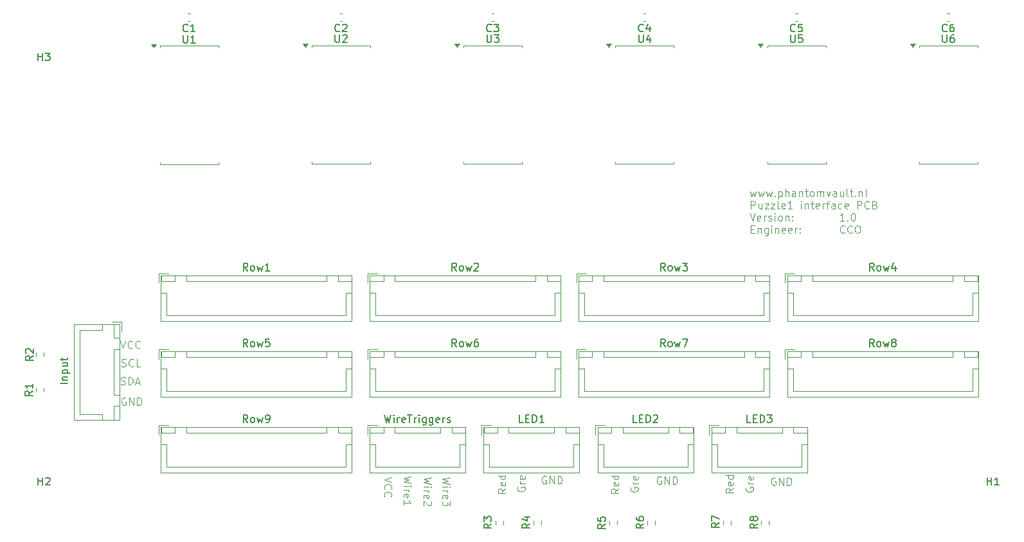
<source format=gbr>
%TF.GenerationSoftware,KiCad,Pcbnew,8.0.6*%
%TF.CreationDate,2024-12-01T20:32:07+01:00*%
%TF.ProjectId,puzzle1,70757a7a-6c65-4312-9e6b-696361645f70,rev?*%
%TF.SameCoordinates,Original*%
%TF.FileFunction,Legend,Top*%
%TF.FilePolarity,Positive*%
%FSLAX46Y46*%
G04 Gerber Fmt 4.6, Leading zero omitted, Abs format (unit mm)*
G04 Created by KiCad (PCBNEW 8.0.6) date 2024-12-01 20:32:07*
%MOMM*%
%LPD*%
G01*
G04 APERTURE LIST*
%ADD10C,0.100000*%
%ADD11C,0.150000*%
%ADD12C,0.120000*%
G04 APERTURE END LIST*
D10*
X83527580Y-117158646D02*
X82527580Y-117396741D01*
X82527580Y-117396741D02*
X83241866Y-117587217D01*
X83241866Y-117587217D02*
X82527580Y-117777693D01*
X82527580Y-117777693D02*
X83527580Y-118015789D01*
X82527580Y-118396741D02*
X83194247Y-118396741D01*
X83527580Y-118396741D02*
X83479961Y-118349122D01*
X83479961Y-118349122D02*
X83432342Y-118396741D01*
X83432342Y-118396741D02*
X83479961Y-118444360D01*
X83479961Y-118444360D02*
X83527580Y-118396741D01*
X83527580Y-118396741D02*
X83432342Y-118396741D01*
X82527580Y-118872931D02*
X83194247Y-118872931D01*
X83003771Y-118872931D02*
X83099009Y-118920550D01*
X83099009Y-118920550D02*
X83146628Y-118968169D01*
X83146628Y-118968169D02*
X83194247Y-119063407D01*
X83194247Y-119063407D02*
X83194247Y-119158645D01*
X82575200Y-119872931D02*
X82527580Y-119777693D01*
X82527580Y-119777693D02*
X82527580Y-119587217D01*
X82527580Y-119587217D02*
X82575200Y-119491979D01*
X82575200Y-119491979D02*
X82670438Y-119444360D01*
X82670438Y-119444360D02*
X83051390Y-119444360D01*
X83051390Y-119444360D02*
X83146628Y-119491979D01*
X83146628Y-119491979D02*
X83194247Y-119587217D01*
X83194247Y-119587217D02*
X83194247Y-119777693D01*
X83194247Y-119777693D02*
X83146628Y-119872931D01*
X83146628Y-119872931D02*
X83051390Y-119920550D01*
X83051390Y-119920550D02*
X82956152Y-119920550D01*
X82956152Y-119920550D02*
X82860914Y-119444360D01*
X83527580Y-120253884D02*
X83527580Y-120872931D01*
X83527580Y-120872931D02*
X83146628Y-120539598D01*
X83146628Y-120539598D02*
X83146628Y-120682455D01*
X83146628Y-120682455D02*
X83099009Y-120777693D01*
X83099009Y-120777693D02*
X83051390Y-120825312D01*
X83051390Y-120825312D02*
X82956152Y-120872931D01*
X82956152Y-120872931D02*
X82718057Y-120872931D01*
X82718057Y-120872931D02*
X82622819Y-120825312D01*
X82622819Y-120825312D02*
X82575200Y-120777693D01*
X82575200Y-120777693D02*
X82527580Y-120682455D01*
X82527580Y-120682455D02*
X82527580Y-120396741D01*
X82527580Y-120396741D02*
X82575200Y-120301503D01*
X82575200Y-120301503D02*
X82622819Y-120253884D01*
X96177693Y-117020038D02*
X96082455Y-116972419D01*
X96082455Y-116972419D02*
X95939598Y-116972419D01*
X95939598Y-116972419D02*
X95796741Y-117020038D01*
X95796741Y-117020038D02*
X95701503Y-117115276D01*
X95701503Y-117115276D02*
X95653884Y-117210514D01*
X95653884Y-117210514D02*
X95606265Y-117400990D01*
X95606265Y-117400990D02*
X95606265Y-117543847D01*
X95606265Y-117543847D02*
X95653884Y-117734323D01*
X95653884Y-117734323D02*
X95701503Y-117829561D01*
X95701503Y-117829561D02*
X95796741Y-117924800D01*
X95796741Y-117924800D02*
X95939598Y-117972419D01*
X95939598Y-117972419D02*
X96034836Y-117972419D01*
X96034836Y-117972419D02*
X96177693Y-117924800D01*
X96177693Y-117924800D02*
X96225312Y-117877180D01*
X96225312Y-117877180D02*
X96225312Y-117543847D01*
X96225312Y-117543847D02*
X96034836Y-117543847D01*
X96653884Y-117972419D02*
X96653884Y-116972419D01*
X96653884Y-116972419D02*
X97225312Y-117972419D01*
X97225312Y-117972419D02*
X97225312Y-116972419D01*
X97701503Y-117972419D02*
X97701503Y-116972419D01*
X97701503Y-116972419D02*
X97939598Y-116972419D01*
X97939598Y-116972419D02*
X98082455Y-117020038D01*
X98082455Y-117020038D02*
X98177693Y-117115276D01*
X98177693Y-117115276D02*
X98225312Y-117210514D01*
X98225312Y-117210514D02*
X98272931Y-117400990D01*
X98272931Y-117400990D02*
X98272931Y-117543847D01*
X98272931Y-117543847D02*
X98225312Y-117734323D01*
X98225312Y-117734323D02*
X98177693Y-117829561D01*
X98177693Y-117829561D02*
X98082455Y-117924800D01*
X98082455Y-117924800D02*
X97939598Y-117972419D01*
X97939598Y-117972419D02*
X97701503Y-117972419D01*
X78377580Y-117058646D02*
X77377580Y-117296741D01*
X77377580Y-117296741D02*
X78091866Y-117487217D01*
X78091866Y-117487217D02*
X77377580Y-117677693D01*
X77377580Y-117677693D02*
X78377580Y-117915789D01*
X77377580Y-118296741D02*
X78044247Y-118296741D01*
X78377580Y-118296741D02*
X78329961Y-118249122D01*
X78329961Y-118249122D02*
X78282342Y-118296741D01*
X78282342Y-118296741D02*
X78329961Y-118344360D01*
X78329961Y-118344360D02*
X78377580Y-118296741D01*
X78377580Y-118296741D02*
X78282342Y-118296741D01*
X77377580Y-118772931D02*
X78044247Y-118772931D01*
X77853771Y-118772931D02*
X77949009Y-118820550D01*
X77949009Y-118820550D02*
X77996628Y-118868169D01*
X77996628Y-118868169D02*
X78044247Y-118963407D01*
X78044247Y-118963407D02*
X78044247Y-119058645D01*
X77425200Y-119772931D02*
X77377580Y-119677693D01*
X77377580Y-119677693D02*
X77377580Y-119487217D01*
X77377580Y-119487217D02*
X77425200Y-119391979D01*
X77425200Y-119391979D02*
X77520438Y-119344360D01*
X77520438Y-119344360D02*
X77901390Y-119344360D01*
X77901390Y-119344360D02*
X77996628Y-119391979D01*
X77996628Y-119391979D02*
X78044247Y-119487217D01*
X78044247Y-119487217D02*
X78044247Y-119677693D01*
X78044247Y-119677693D02*
X77996628Y-119772931D01*
X77996628Y-119772931D02*
X77901390Y-119820550D01*
X77901390Y-119820550D02*
X77806152Y-119820550D01*
X77806152Y-119820550D02*
X77710914Y-119344360D01*
X77377580Y-120772931D02*
X77377580Y-120201503D01*
X77377580Y-120487217D02*
X78377580Y-120487217D01*
X78377580Y-120487217D02*
X78234723Y-120391979D01*
X78234723Y-120391979D02*
X78139485Y-120296741D01*
X78139485Y-120296741D02*
X78091866Y-120201503D01*
X107320038Y-118472306D02*
X107272419Y-118567544D01*
X107272419Y-118567544D02*
X107272419Y-118710401D01*
X107272419Y-118710401D02*
X107320038Y-118853258D01*
X107320038Y-118853258D02*
X107415276Y-118948496D01*
X107415276Y-118948496D02*
X107510514Y-118996115D01*
X107510514Y-118996115D02*
X107700990Y-119043734D01*
X107700990Y-119043734D02*
X107843847Y-119043734D01*
X107843847Y-119043734D02*
X108034323Y-118996115D01*
X108034323Y-118996115D02*
X108129561Y-118948496D01*
X108129561Y-118948496D02*
X108224800Y-118853258D01*
X108224800Y-118853258D02*
X108272419Y-118710401D01*
X108272419Y-118710401D02*
X108272419Y-118615163D01*
X108272419Y-118615163D02*
X108224800Y-118472306D01*
X108224800Y-118472306D02*
X108177180Y-118424687D01*
X108177180Y-118424687D02*
X107843847Y-118424687D01*
X107843847Y-118424687D02*
X107843847Y-118615163D01*
X108272419Y-117996115D02*
X107605752Y-117996115D01*
X107796228Y-117996115D02*
X107700990Y-117948496D01*
X107700990Y-117948496D02*
X107653371Y-117900877D01*
X107653371Y-117900877D02*
X107605752Y-117805639D01*
X107605752Y-117805639D02*
X107605752Y-117710401D01*
X108224800Y-116996115D02*
X108272419Y-117091353D01*
X108272419Y-117091353D02*
X108272419Y-117281829D01*
X108272419Y-117281829D02*
X108224800Y-117377067D01*
X108224800Y-117377067D02*
X108129561Y-117424686D01*
X108129561Y-117424686D02*
X107748609Y-117424686D01*
X107748609Y-117424686D02*
X107653371Y-117377067D01*
X107653371Y-117377067D02*
X107605752Y-117281829D01*
X107605752Y-117281829D02*
X107605752Y-117091353D01*
X107605752Y-117091353D02*
X107653371Y-116996115D01*
X107653371Y-116996115D02*
X107748609Y-116948496D01*
X107748609Y-116948496D02*
X107843847Y-116948496D01*
X107843847Y-116948496D02*
X107939085Y-117424686D01*
X40777693Y-106670038D02*
X40682455Y-106622419D01*
X40682455Y-106622419D02*
X40539598Y-106622419D01*
X40539598Y-106622419D02*
X40396741Y-106670038D01*
X40396741Y-106670038D02*
X40301503Y-106765276D01*
X40301503Y-106765276D02*
X40253884Y-106860514D01*
X40253884Y-106860514D02*
X40206265Y-107050990D01*
X40206265Y-107050990D02*
X40206265Y-107193847D01*
X40206265Y-107193847D02*
X40253884Y-107384323D01*
X40253884Y-107384323D02*
X40301503Y-107479561D01*
X40301503Y-107479561D02*
X40396741Y-107574800D01*
X40396741Y-107574800D02*
X40539598Y-107622419D01*
X40539598Y-107622419D02*
X40634836Y-107622419D01*
X40634836Y-107622419D02*
X40777693Y-107574800D01*
X40777693Y-107574800D02*
X40825312Y-107527180D01*
X40825312Y-107527180D02*
X40825312Y-107193847D01*
X40825312Y-107193847D02*
X40634836Y-107193847D01*
X41253884Y-107622419D02*
X41253884Y-106622419D01*
X41253884Y-106622419D02*
X41825312Y-107622419D01*
X41825312Y-107622419D02*
X41825312Y-106622419D01*
X42301503Y-107622419D02*
X42301503Y-106622419D01*
X42301503Y-106622419D02*
X42539598Y-106622419D01*
X42539598Y-106622419D02*
X42682455Y-106670038D01*
X42682455Y-106670038D02*
X42777693Y-106765276D01*
X42777693Y-106765276D02*
X42825312Y-106860514D01*
X42825312Y-106860514D02*
X42872931Y-107050990D01*
X42872931Y-107050990D02*
X42872931Y-107193847D01*
X42872931Y-107193847D02*
X42825312Y-107384323D01*
X42825312Y-107384323D02*
X42777693Y-107479561D01*
X42777693Y-107479561D02*
X42682455Y-107574800D01*
X42682455Y-107574800D02*
X42539598Y-107622419D01*
X42539598Y-107622419D02*
X42301503Y-107622419D01*
X75827580Y-117111027D02*
X74827580Y-117444360D01*
X74827580Y-117444360D02*
X75827580Y-117777693D01*
X74922819Y-118682455D02*
X74875200Y-118634836D01*
X74875200Y-118634836D02*
X74827580Y-118491979D01*
X74827580Y-118491979D02*
X74827580Y-118396741D01*
X74827580Y-118396741D02*
X74875200Y-118253884D01*
X74875200Y-118253884D02*
X74970438Y-118158646D01*
X74970438Y-118158646D02*
X75065676Y-118111027D01*
X75065676Y-118111027D02*
X75256152Y-118063408D01*
X75256152Y-118063408D02*
X75399009Y-118063408D01*
X75399009Y-118063408D02*
X75589485Y-118111027D01*
X75589485Y-118111027D02*
X75684723Y-118158646D01*
X75684723Y-118158646D02*
X75779961Y-118253884D01*
X75779961Y-118253884D02*
X75827580Y-118396741D01*
X75827580Y-118396741D02*
X75827580Y-118491979D01*
X75827580Y-118491979D02*
X75779961Y-118634836D01*
X75779961Y-118634836D02*
X75732342Y-118682455D01*
X74922819Y-119682455D02*
X74875200Y-119634836D01*
X74875200Y-119634836D02*
X74827580Y-119491979D01*
X74827580Y-119491979D02*
X74827580Y-119396741D01*
X74827580Y-119396741D02*
X74875200Y-119253884D01*
X74875200Y-119253884D02*
X74970438Y-119158646D01*
X74970438Y-119158646D02*
X75065676Y-119111027D01*
X75065676Y-119111027D02*
X75256152Y-119063408D01*
X75256152Y-119063408D02*
X75399009Y-119063408D01*
X75399009Y-119063408D02*
X75589485Y-119111027D01*
X75589485Y-119111027D02*
X75684723Y-119158646D01*
X75684723Y-119158646D02*
X75779961Y-119253884D01*
X75779961Y-119253884D02*
X75827580Y-119396741D01*
X75827580Y-119396741D02*
X75827580Y-119491979D01*
X75827580Y-119491979D02*
X75779961Y-119634836D01*
X75779961Y-119634836D02*
X75732342Y-119682455D01*
X126377693Y-117220038D02*
X126282455Y-117172419D01*
X126282455Y-117172419D02*
X126139598Y-117172419D01*
X126139598Y-117172419D02*
X125996741Y-117220038D01*
X125996741Y-117220038D02*
X125901503Y-117315276D01*
X125901503Y-117315276D02*
X125853884Y-117410514D01*
X125853884Y-117410514D02*
X125806265Y-117600990D01*
X125806265Y-117600990D02*
X125806265Y-117743847D01*
X125806265Y-117743847D02*
X125853884Y-117934323D01*
X125853884Y-117934323D02*
X125901503Y-118029561D01*
X125901503Y-118029561D02*
X125996741Y-118124800D01*
X125996741Y-118124800D02*
X126139598Y-118172419D01*
X126139598Y-118172419D02*
X126234836Y-118172419D01*
X126234836Y-118172419D02*
X126377693Y-118124800D01*
X126377693Y-118124800D02*
X126425312Y-118077180D01*
X126425312Y-118077180D02*
X126425312Y-117743847D01*
X126425312Y-117743847D02*
X126234836Y-117743847D01*
X126853884Y-118172419D02*
X126853884Y-117172419D01*
X126853884Y-117172419D02*
X127425312Y-118172419D01*
X127425312Y-118172419D02*
X127425312Y-117172419D01*
X127901503Y-118172419D02*
X127901503Y-117172419D01*
X127901503Y-117172419D02*
X128139598Y-117172419D01*
X128139598Y-117172419D02*
X128282455Y-117220038D01*
X128282455Y-117220038D02*
X128377693Y-117315276D01*
X128377693Y-117315276D02*
X128425312Y-117410514D01*
X128425312Y-117410514D02*
X128472931Y-117600990D01*
X128472931Y-117600990D02*
X128472931Y-117743847D01*
X128472931Y-117743847D02*
X128425312Y-117934323D01*
X128425312Y-117934323D02*
X128377693Y-118029561D01*
X128377693Y-118029561D02*
X128282455Y-118124800D01*
X128282455Y-118124800D02*
X128139598Y-118172419D01*
X128139598Y-118172419D02*
X127901503Y-118172419D01*
X120822419Y-118574687D02*
X120346228Y-118908020D01*
X120822419Y-119146115D02*
X119822419Y-119146115D01*
X119822419Y-119146115D02*
X119822419Y-118765163D01*
X119822419Y-118765163D02*
X119870038Y-118669925D01*
X119870038Y-118669925D02*
X119917657Y-118622306D01*
X119917657Y-118622306D02*
X120012895Y-118574687D01*
X120012895Y-118574687D02*
X120155752Y-118574687D01*
X120155752Y-118574687D02*
X120250990Y-118622306D01*
X120250990Y-118622306D02*
X120298609Y-118669925D01*
X120298609Y-118669925D02*
X120346228Y-118765163D01*
X120346228Y-118765163D02*
X120346228Y-119146115D01*
X120774800Y-117765163D02*
X120822419Y-117860401D01*
X120822419Y-117860401D02*
X120822419Y-118050877D01*
X120822419Y-118050877D02*
X120774800Y-118146115D01*
X120774800Y-118146115D02*
X120679561Y-118193734D01*
X120679561Y-118193734D02*
X120298609Y-118193734D01*
X120298609Y-118193734D02*
X120203371Y-118146115D01*
X120203371Y-118146115D02*
X120155752Y-118050877D01*
X120155752Y-118050877D02*
X120155752Y-117860401D01*
X120155752Y-117860401D02*
X120203371Y-117765163D01*
X120203371Y-117765163D02*
X120298609Y-117717544D01*
X120298609Y-117717544D02*
X120393847Y-117717544D01*
X120393847Y-117717544D02*
X120489085Y-118193734D01*
X120822419Y-116860401D02*
X119822419Y-116860401D01*
X120774800Y-116860401D02*
X120822419Y-116955639D01*
X120822419Y-116955639D02*
X120822419Y-117146115D01*
X120822419Y-117146115D02*
X120774800Y-117241353D01*
X120774800Y-117241353D02*
X120727180Y-117288972D01*
X120727180Y-117288972D02*
X120631942Y-117336591D01*
X120631942Y-117336591D02*
X120346228Y-117336591D01*
X120346228Y-117336591D02*
X120250990Y-117288972D01*
X120250990Y-117288972D02*
X120203371Y-117241353D01*
X120203371Y-117241353D02*
X120155752Y-117146115D01*
X120155752Y-117146115D02*
X120155752Y-116955639D01*
X120155752Y-116955639D02*
X120203371Y-116860401D01*
X92420038Y-118422306D02*
X92372419Y-118517544D01*
X92372419Y-118517544D02*
X92372419Y-118660401D01*
X92372419Y-118660401D02*
X92420038Y-118803258D01*
X92420038Y-118803258D02*
X92515276Y-118898496D01*
X92515276Y-118898496D02*
X92610514Y-118946115D01*
X92610514Y-118946115D02*
X92800990Y-118993734D01*
X92800990Y-118993734D02*
X92943847Y-118993734D01*
X92943847Y-118993734D02*
X93134323Y-118946115D01*
X93134323Y-118946115D02*
X93229561Y-118898496D01*
X93229561Y-118898496D02*
X93324800Y-118803258D01*
X93324800Y-118803258D02*
X93372419Y-118660401D01*
X93372419Y-118660401D02*
X93372419Y-118565163D01*
X93372419Y-118565163D02*
X93324800Y-118422306D01*
X93324800Y-118422306D02*
X93277180Y-118374687D01*
X93277180Y-118374687D02*
X92943847Y-118374687D01*
X92943847Y-118374687D02*
X92943847Y-118565163D01*
X93372419Y-117946115D02*
X92705752Y-117946115D01*
X92896228Y-117946115D02*
X92800990Y-117898496D01*
X92800990Y-117898496D02*
X92753371Y-117850877D01*
X92753371Y-117850877D02*
X92705752Y-117755639D01*
X92705752Y-117755639D02*
X92705752Y-117660401D01*
X93324800Y-116946115D02*
X93372419Y-117041353D01*
X93372419Y-117041353D02*
X93372419Y-117231829D01*
X93372419Y-117231829D02*
X93324800Y-117327067D01*
X93324800Y-117327067D02*
X93229561Y-117374686D01*
X93229561Y-117374686D02*
X92848609Y-117374686D01*
X92848609Y-117374686D02*
X92753371Y-117327067D01*
X92753371Y-117327067D02*
X92705752Y-117231829D01*
X92705752Y-117231829D02*
X92705752Y-117041353D01*
X92705752Y-117041353D02*
X92753371Y-116946115D01*
X92753371Y-116946115D02*
X92848609Y-116898496D01*
X92848609Y-116898496D02*
X92943847Y-116898496D01*
X92943847Y-116898496D02*
X93039085Y-117374686D01*
X123058646Y-79425920D02*
X123249122Y-80092587D01*
X123249122Y-80092587D02*
X123439598Y-79616396D01*
X123439598Y-79616396D02*
X123630074Y-80092587D01*
X123630074Y-80092587D02*
X123820550Y-79425920D01*
X124106265Y-79425920D02*
X124296741Y-80092587D01*
X124296741Y-80092587D02*
X124487217Y-79616396D01*
X124487217Y-79616396D02*
X124677693Y-80092587D01*
X124677693Y-80092587D02*
X124868169Y-79425920D01*
X125153884Y-79425920D02*
X125344360Y-80092587D01*
X125344360Y-80092587D02*
X125534836Y-79616396D01*
X125534836Y-79616396D02*
X125725312Y-80092587D01*
X125725312Y-80092587D02*
X125915788Y-79425920D01*
X126296741Y-79997348D02*
X126344360Y-80044968D01*
X126344360Y-80044968D02*
X126296741Y-80092587D01*
X126296741Y-80092587D02*
X126249122Y-80044968D01*
X126249122Y-80044968D02*
X126296741Y-79997348D01*
X126296741Y-79997348D02*
X126296741Y-80092587D01*
X126772931Y-79425920D02*
X126772931Y-80425920D01*
X126772931Y-79473539D02*
X126868169Y-79425920D01*
X126868169Y-79425920D02*
X127058645Y-79425920D01*
X127058645Y-79425920D02*
X127153883Y-79473539D01*
X127153883Y-79473539D02*
X127201502Y-79521158D01*
X127201502Y-79521158D02*
X127249121Y-79616396D01*
X127249121Y-79616396D02*
X127249121Y-79902110D01*
X127249121Y-79902110D02*
X127201502Y-79997348D01*
X127201502Y-79997348D02*
X127153883Y-80044968D01*
X127153883Y-80044968D02*
X127058645Y-80092587D01*
X127058645Y-80092587D02*
X126868169Y-80092587D01*
X126868169Y-80092587D02*
X126772931Y-80044968D01*
X127677693Y-80092587D02*
X127677693Y-79092587D01*
X128106264Y-80092587D02*
X128106264Y-79568777D01*
X128106264Y-79568777D02*
X128058645Y-79473539D01*
X128058645Y-79473539D02*
X127963407Y-79425920D01*
X127963407Y-79425920D02*
X127820550Y-79425920D01*
X127820550Y-79425920D02*
X127725312Y-79473539D01*
X127725312Y-79473539D02*
X127677693Y-79521158D01*
X129011026Y-80092587D02*
X129011026Y-79568777D01*
X129011026Y-79568777D02*
X128963407Y-79473539D01*
X128963407Y-79473539D02*
X128868169Y-79425920D01*
X128868169Y-79425920D02*
X128677693Y-79425920D01*
X128677693Y-79425920D02*
X128582455Y-79473539D01*
X129011026Y-80044968D02*
X128915788Y-80092587D01*
X128915788Y-80092587D02*
X128677693Y-80092587D01*
X128677693Y-80092587D02*
X128582455Y-80044968D01*
X128582455Y-80044968D02*
X128534836Y-79949729D01*
X128534836Y-79949729D02*
X128534836Y-79854491D01*
X128534836Y-79854491D02*
X128582455Y-79759253D01*
X128582455Y-79759253D02*
X128677693Y-79711634D01*
X128677693Y-79711634D02*
X128915788Y-79711634D01*
X128915788Y-79711634D02*
X129011026Y-79664015D01*
X129487217Y-79425920D02*
X129487217Y-80092587D01*
X129487217Y-79521158D02*
X129534836Y-79473539D01*
X129534836Y-79473539D02*
X129630074Y-79425920D01*
X129630074Y-79425920D02*
X129772931Y-79425920D01*
X129772931Y-79425920D02*
X129868169Y-79473539D01*
X129868169Y-79473539D02*
X129915788Y-79568777D01*
X129915788Y-79568777D02*
X129915788Y-80092587D01*
X130249122Y-79425920D02*
X130630074Y-79425920D01*
X130391979Y-79092587D02*
X130391979Y-79949729D01*
X130391979Y-79949729D02*
X130439598Y-80044968D01*
X130439598Y-80044968D02*
X130534836Y-80092587D01*
X130534836Y-80092587D02*
X130630074Y-80092587D01*
X131106265Y-80092587D02*
X131011027Y-80044968D01*
X131011027Y-80044968D02*
X130963408Y-79997348D01*
X130963408Y-79997348D02*
X130915789Y-79902110D01*
X130915789Y-79902110D02*
X130915789Y-79616396D01*
X130915789Y-79616396D02*
X130963408Y-79521158D01*
X130963408Y-79521158D02*
X131011027Y-79473539D01*
X131011027Y-79473539D02*
X131106265Y-79425920D01*
X131106265Y-79425920D02*
X131249122Y-79425920D01*
X131249122Y-79425920D02*
X131344360Y-79473539D01*
X131344360Y-79473539D02*
X131391979Y-79521158D01*
X131391979Y-79521158D02*
X131439598Y-79616396D01*
X131439598Y-79616396D02*
X131439598Y-79902110D01*
X131439598Y-79902110D02*
X131391979Y-79997348D01*
X131391979Y-79997348D02*
X131344360Y-80044968D01*
X131344360Y-80044968D02*
X131249122Y-80092587D01*
X131249122Y-80092587D02*
X131106265Y-80092587D01*
X131868170Y-80092587D02*
X131868170Y-79425920D01*
X131868170Y-79521158D02*
X131915789Y-79473539D01*
X131915789Y-79473539D02*
X132011027Y-79425920D01*
X132011027Y-79425920D02*
X132153884Y-79425920D01*
X132153884Y-79425920D02*
X132249122Y-79473539D01*
X132249122Y-79473539D02*
X132296741Y-79568777D01*
X132296741Y-79568777D02*
X132296741Y-80092587D01*
X132296741Y-79568777D02*
X132344360Y-79473539D01*
X132344360Y-79473539D02*
X132439598Y-79425920D01*
X132439598Y-79425920D02*
X132582455Y-79425920D01*
X132582455Y-79425920D02*
X132677694Y-79473539D01*
X132677694Y-79473539D02*
X132725313Y-79568777D01*
X132725313Y-79568777D02*
X132725313Y-80092587D01*
X133106265Y-79425920D02*
X133344360Y-80092587D01*
X133344360Y-80092587D02*
X133582455Y-79425920D01*
X134391979Y-80092587D02*
X134391979Y-79568777D01*
X134391979Y-79568777D02*
X134344360Y-79473539D01*
X134344360Y-79473539D02*
X134249122Y-79425920D01*
X134249122Y-79425920D02*
X134058646Y-79425920D01*
X134058646Y-79425920D02*
X133963408Y-79473539D01*
X134391979Y-80044968D02*
X134296741Y-80092587D01*
X134296741Y-80092587D02*
X134058646Y-80092587D01*
X134058646Y-80092587D02*
X133963408Y-80044968D01*
X133963408Y-80044968D02*
X133915789Y-79949729D01*
X133915789Y-79949729D02*
X133915789Y-79854491D01*
X133915789Y-79854491D02*
X133963408Y-79759253D01*
X133963408Y-79759253D02*
X134058646Y-79711634D01*
X134058646Y-79711634D02*
X134296741Y-79711634D01*
X134296741Y-79711634D02*
X134391979Y-79664015D01*
X135296741Y-79425920D02*
X135296741Y-80092587D01*
X134868170Y-79425920D02*
X134868170Y-79949729D01*
X134868170Y-79949729D02*
X134915789Y-80044968D01*
X134915789Y-80044968D02*
X135011027Y-80092587D01*
X135011027Y-80092587D02*
X135153884Y-80092587D01*
X135153884Y-80092587D02*
X135249122Y-80044968D01*
X135249122Y-80044968D02*
X135296741Y-79997348D01*
X135915789Y-80092587D02*
X135820551Y-80044968D01*
X135820551Y-80044968D02*
X135772932Y-79949729D01*
X135772932Y-79949729D02*
X135772932Y-79092587D01*
X136153885Y-79425920D02*
X136534837Y-79425920D01*
X136296742Y-79092587D02*
X136296742Y-79949729D01*
X136296742Y-79949729D02*
X136344361Y-80044968D01*
X136344361Y-80044968D02*
X136439599Y-80092587D01*
X136439599Y-80092587D02*
X136534837Y-80092587D01*
X136868171Y-79997348D02*
X136915790Y-80044968D01*
X136915790Y-80044968D02*
X136868171Y-80092587D01*
X136868171Y-80092587D02*
X136820552Y-80044968D01*
X136820552Y-80044968D02*
X136868171Y-79997348D01*
X136868171Y-79997348D02*
X136868171Y-80092587D01*
X137344361Y-79425920D02*
X137344361Y-80092587D01*
X137344361Y-79521158D02*
X137391980Y-79473539D01*
X137391980Y-79473539D02*
X137487218Y-79425920D01*
X137487218Y-79425920D02*
X137630075Y-79425920D01*
X137630075Y-79425920D02*
X137725313Y-79473539D01*
X137725313Y-79473539D02*
X137772932Y-79568777D01*
X137772932Y-79568777D02*
X137772932Y-80092587D01*
X138391980Y-80092587D02*
X138296742Y-80044968D01*
X138296742Y-80044968D02*
X138249123Y-79949729D01*
X138249123Y-79949729D02*
X138249123Y-79092587D01*
X123153884Y-81702531D02*
X123153884Y-80702531D01*
X123153884Y-80702531D02*
X123534836Y-80702531D01*
X123534836Y-80702531D02*
X123630074Y-80750150D01*
X123630074Y-80750150D02*
X123677693Y-80797769D01*
X123677693Y-80797769D02*
X123725312Y-80893007D01*
X123725312Y-80893007D02*
X123725312Y-81035864D01*
X123725312Y-81035864D02*
X123677693Y-81131102D01*
X123677693Y-81131102D02*
X123630074Y-81178721D01*
X123630074Y-81178721D02*
X123534836Y-81226340D01*
X123534836Y-81226340D02*
X123153884Y-81226340D01*
X124582455Y-81035864D02*
X124582455Y-81702531D01*
X124153884Y-81035864D02*
X124153884Y-81559673D01*
X124153884Y-81559673D02*
X124201503Y-81654912D01*
X124201503Y-81654912D02*
X124296741Y-81702531D01*
X124296741Y-81702531D02*
X124439598Y-81702531D01*
X124439598Y-81702531D02*
X124534836Y-81654912D01*
X124534836Y-81654912D02*
X124582455Y-81607292D01*
X124963408Y-81035864D02*
X125487217Y-81035864D01*
X125487217Y-81035864D02*
X124963408Y-81702531D01*
X124963408Y-81702531D02*
X125487217Y-81702531D01*
X125772932Y-81035864D02*
X126296741Y-81035864D01*
X126296741Y-81035864D02*
X125772932Y-81702531D01*
X125772932Y-81702531D02*
X126296741Y-81702531D01*
X126820551Y-81702531D02*
X126725313Y-81654912D01*
X126725313Y-81654912D02*
X126677694Y-81559673D01*
X126677694Y-81559673D02*
X126677694Y-80702531D01*
X127582456Y-81654912D02*
X127487218Y-81702531D01*
X127487218Y-81702531D02*
X127296742Y-81702531D01*
X127296742Y-81702531D02*
X127201504Y-81654912D01*
X127201504Y-81654912D02*
X127153885Y-81559673D01*
X127153885Y-81559673D02*
X127153885Y-81178721D01*
X127153885Y-81178721D02*
X127201504Y-81083483D01*
X127201504Y-81083483D02*
X127296742Y-81035864D01*
X127296742Y-81035864D02*
X127487218Y-81035864D01*
X127487218Y-81035864D02*
X127582456Y-81083483D01*
X127582456Y-81083483D02*
X127630075Y-81178721D01*
X127630075Y-81178721D02*
X127630075Y-81273959D01*
X127630075Y-81273959D02*
X127153885Y-81369197D01*
X128582456Y-81702531D02*
X128011028Y-81702531D01*
X128296742Y-81702531D02*
X128296742Y-80702531D01*
X128296742Y-80702531D02*
X128201504Y-80845388D01*
X128201504Y-80845388D02*
X128106266Y-80940626D01*
X128106266Y-80940626D02*
X128011028Y-80988245D01*
X129772933Y-81702531D02*
X129772933Y-81035864D01*
X129772933Y-80702531D02*
X129725314Y-80750150D01*
X129725314Y-80750150D02*
X129772933Y-80797769D01*
X129772933Y-80797769D02*
X129820552Y-80750150D01*
X129820552Y-80750150D02*
X129772933Y-80702531D01*
X129772933Y-80702531D02*
X129772933Y-80797769D01*
X130249123Y-81035864D02*
X130249123Y-81702531D01*
X130249123Y-81131102D02*
X130296742Y-81083483D01*
X130296742Y-81083483D02*
X130391980Y-81035864D01*
X130391980Y-81035864D02*
X130534837Y-81035864D01*
X130534837Y-81035864D02*
X130630075Y-81083483D01*
X130630075Y-81083483D02*
X130677694Y-81178721D01*
X130677694Y-81178721D02*
X130677694Y-81702531D01*
X131011028Y-81035864D02*
X131391980Y-81035864D01*
X131153885Y-80702531D02*
X131153885Y-81559673D01*
X131153885Y-81559673D02*
X131201504Y-81654912D01*
X131201504Y-81654912D02*
X131296742Y-81702531D01*
X131296742Y-81702531D02*
X131391980Y-81702531D01*
X132106266Y-81654912D02*
X132011028Y-81702531D01*
X132011028Y-81702531D02*
X131820552Y-81702531D01*
X131820552Y-81702531D02*
X131725314Y-81654912D01*
X131725314Y-81654912D02*
X131677695Y-81559673D01*
X131677695Y-81559673D02*
X131677695Y-81178721D01*
X131677695Y-81178721D02*
X131725314Y-81083483D01*
X131725314Y-81083483D02*
X131820552Y-81035864D01*
X131820552Y-81035864D02*
X132011028Y-81035864D01*
X132011028Y-81035864D02*
X132106266Y-81083483D01*
X132106266Y-81083483D02*
X132153885Y-81178721D01*
X132153885Y-81178721D02*
X132153885Y-81273959D01*
X132153885Y-81273959D02*
X131677695Y-81369197D01*
X132582457Y-81702531D02*
X132582457Y-81035864D01*
X132582457Y-81226340D02*
X132630076Y-81131102D01*
X132630076Y-81131102D02*
X132677695Y-81083483D01*
X132677695Y-81083483D02*
X132772933Y-81035864D01*
X132772933Y-81035864D02*
X132868171Y-81035864D01*
X133058648Y-81035864D02*
X133439600Y-81035864D01*
X133201505Y-81702531D02*
X133201505Y-80845388D01*
X133201505Y-80845388D02*
X133249124Y-80750150D01*
X133249124Y-80750150D02*
X133344362Y-80702531D01*
X133344362Y-80702531D02*
X133439600Y-80702531D01*
X134201505Y-81702531D02*
X134201505Y-81178721D01*
X134201505Y-81178721D02*
X134153886Y-81083483D01*
X134153886Y-81083483D02*
X134058648Y-81035864D01*
X134058648Y-81035864D02*
X133868172Y-81035864D01*
X133868172Y-81035864D02*
X133772934Y-81083483D01*
X134201505Y-81654912D02*
X134106267Y-81702531D01*
X134106267Y-81702531D02*
X133868172Y-81702531D01*
X133868172Y-81702531D02*
X133772934Y-81654912D01*
X133772934Y-81654912D02*
X133725315Y-81559673D01*
X133725315Y-81559673D02*
X133725315Y-81464435D01*
X133725315Y-81464435D02*
X133772934Y-81369197D01*
X133772934Y-81369197D02*
X133868172Y-81321578D01*
X133868172Y-81321578D02*
X134106267Y-81321578D01*
X134106267Y-81321578D02*
X134201505Y-81273959D01*
X135106267Y-81654912D02*
X135011029Y-81702531D01*
X135011029Y-81702531D02*
X134820553Y-81702531D01*
X134820553Y-81702531D02*
X134725315Y-81654912D01*
X134725315Y-81654912D02*
X134677696Y-81607292D01*
X134677696Y-81607292D02*
X134630077Y-81512054D01*
X134630077Y-81512054D02*
X134630077Y-81226340D01*
X134630077Y-81226340D02*
X134677696Y-81131102D01*
X134677696Y-81131102D02*
X134725315Y-81083483D01*
X134725315Y-81083483D02*
X134820553Y-81035864D01*
X134820553Y-81035864D02*
X135011029Y-81035864D01*
X135011029Y-81035864D02*
X135106267Y-81083483D01*
X135915791Y-81654912D02*
X135820553Y-81702531D01*
X135820553Y-81702531D02*
X135630077Y-81702531D01*
X135630077Y-81702531D02*
X135534839Y-81654912D01*
X135534839Y-81654912D02*
X135487220Y-81559673D01*
X135487220Y-81559673D02*
X135487220Y-81178721D01*
X135487220Y-81178721D02*
X135534839Y-81083483D01*
X135534839Y-81083483D02*
X135630077Y-81035864D01*
X135630077Y-81035864D02*
X135820553Y-81035864D01*
X135820553Y-81035864D02*
X135915791Y-81083483D01*
X135915791Y-81083483D02*
X135963410Y-81178721D01*
X135963410Y-81178721D02*
X135963410Y-81273959D01*
X135963410Y-81273959D02*
X135487220Y-81369197D01*
X137153887Y-81702531D02*
X137153887Y-80702531D01*
X137153887Y-80702531D02*
X137534839Y-80702531D01*
X137534839Y-80702531D02*
X137630077Y-80750150D01*
X137630077Y-80750150D02*
X137677696Y-80797769D01*
X137677696Y-80797769D02*
X137725315Y-80893007D01*
X137725315Y-80893007D02*
X137725315Y-81035864D01*
X137725315Y-81035864D02*
X137677696Y-81131102D01*
X137677696Y-81131102D02*
X137630077Y-81178721D01*
X137630077Y-81178721D02*
X137534839Y-81226340D01*
X137534839Y-81226340D02*
X137153887Y-81226340D01*
X138725315Y-81607292D02*
X138677696Y-81654912D01*
X138677696Y-81654912D02*
X138534839Y-81702531D01*
X138534839Y-81702531D02*
X138439601Y-81702531D01*
X138439601Y-81702531D02*
X138296744Y-81654912D01*
X138296744Y-81654912D02*
X138201506Y-81559673D01*
X138201506Y-81559673D02*
X138153887Y-81464435D01*
X138153887Y-81464435D02*
X138106268Y-81273959D01*
X138106268Y-81273959D02*
X138106268Y-81131102D01*
X138106268Y-81131102D02*
X138153887Y-80940626D01*
X138153887Y-80940626D02*
X138201506Y-80845388D01*
X138201506Y-80845388D02*
X138296744Y-80750150D01*
X138296744Y-80750150D02*
X138439601Y-80702531D01*
X138439601Y-80702531D02*
X138534839Y-80702531D01*
X138534839Y-80702531D02*
X138677696Y-80750150D01*
X138677696Y-80750150D02*
X138725315Y-80797769D01*
X139487220Y-81178721D02*
X139630077Y-81226340D01*
X139630077Y-81226340D02*
X139677696Y-81273959D01*
X139677696Y-81273959D02*
X139725315Y-81369197D01*
X139725315Y-81369197D02*
X139725315Y-81512054D01*
X139725315Y-81512054D02*
X139677696Y-81607292D01*
X139677696Y-81607292D02*
X139630077Y-81654912D01*
X139630077Y-81654912D02*
X139534839Y-81702531D01*
X139534839Y-81702531D02*
X139153887Y-81702531D01*
X139153887Y-81702531D02*
X139153887Y-80702531D01*
X139153887Y-80702531D02*
X139487220Y-80702531D01*
X139487220Y-80702531D02*
X139582458Y-80750150D01*
X139582458Y-80750150D02*
X139630077Y-80797769D01*
X139630077Y-80797769D02*
X139677696Y-80893007D01*
X139677696Y-80893007D02*
X139677696Y-80988245D01*
X139677696Y-80988245D02*
X139630077Y-81083483D01*
X139630077Y-81083483D02*
X139582458Y-81131102D01*
X139582458Y-81131102D02*
X139487220Y-81178721D01*
X139487220Y-81178721D02*
X139153887Y-81178721D01*
X123011027Y-82312475D02*
X123344360Y-83312475D01*
X123344360Y-83312475D02*
X123677693Y-82312475D01*
X124391979Y-83264856D02*
X124296741Y-83312475D01*
X124296741Y-83312475D02*
X124106265Y-83312475D01*
X124106265Y-83312475D02*
X124011027Y-83264856D01*
X124011027Y-83264856D02*
X123963408Y-83169617D01*
X123963408Y-83169617D02*
X123963408Y-82788665D01*
X123963408Y-82788665D02*
X124011027Y-82693427D01*
X124011027Y-82693427D02*
X124106265Y-82645808D01*
X124106265Y-82645808D02*
X124296741Y-82645808D01*
X124296741Y-82645808D02*
X124391979Y-82693427D01*
X124391979Y-82693427D02*
X124439598Y-82788665D01*
X124439598Y-82788665D02*
X124439598Y-82883903D01*
X124439598Y-82883903D02*
X123963408Y-82979141D01*
X124868170Y-83312475D02*
X124868170Y-82645808D01*
X124868170Y-82836284D02*
X124915789Y-82741046D01*
X124915789Y-82741046D02*
X124963408Y-82693427D01*
X124963408Y-82693427D02*
X125058646Y-82645808D01*
X125058646Y-82645808D02*
X125153884Y-82645808D01*
X125439599Y-83264856D02*
X125534837Y-83312475D01*
X125534837Y-83312475D02*
X125725313Y-83312475D01*
X125725313Y-83312475D02*
X125820551Y-83264856D01*
X125820551Y-83264856D02*
X125868170Y-83169617D01*
X125868170Y-83169617D02*
X125868170Y-83121998D01*
X125868170Y-83121998D02*
X125820551Y-83026760D01*
X125820551Y-83026760D02*
X125725313Y-82979141D01*
X125725313Y-82979141D02*
X125582456Y-82979141D01*
X125582456Y-82979141D02*
X125487218Y-82931522D01*
X125487218Y-82931522D02*
X125439599Y-82836284D01*
X125439599Y-82836284D02*
X125439599Y-82788665D01*
X125439599Y-82788665D02*
X125487218Y-82693427D01*
X125487218Y-82693427D02*
X125582456Y-82645808D01*
X125582456Y-82645808D02*
X125725313Y-82645808D01*
X125725313Y-82645808D02*
X125820551Y-82693427D01*
X126296742Y-83312475D02*
X126296742Y-82645808D01*
X126296742Y-82312475D02*
X126249123Y-82360094D01*
X126249123Y-82360094D02*
X126296742Y-82407713D01*
X126296742Y-82407713D02*
X126344361Y-82360094D01*
X126344361Y-82360094D02*
X126296742Y-82312475D01*
X126296742Y-82312475D02*
X126296742Y-82407713D01*
X126915789Y-83312475D02*
X126820551Y-83264856D01*
X126820551Y-83264856D02*
X126772932Y-83217236D01*
X126772932Y-83217236D02*
X126725313Y-83121998D01*
X126725313Y-83121998D02*
X126725313Y-82836284D01*
X126725313Y-82836284D02*
X126772932Y-82741046D01*
X126772932Y-82741046D02*
X126820551Y-82693427D01*
X126820551Y-82693427D02*
X126915789Y-82645808D01*
X126915789Y-82645808D02*
X127058646Y-82645808D01*
X127058646Y-82645808D02*
X127153884Y-82693427D01*
X127153884Y-82693427D02*
X127201503Y-82741046D01*
X127201503Y-82741046D02*
X127249122Y-82836284D01*
X127249122Y-82836284D02*
X127249122Y-83121998D01*
X127249122Y-83121998D02*
X127201503Y-83217236D01*
X127201503Y-83217236D02*
X127153884Y-83264856D01*
X127153884Y-83264856D02*
X127058646Y-83312475D01*
X127058646Y-83312475D02*
X126915789Y-83312475D01*
X127677694Y-82645808D02*
X127677694Y-83312475D01*
X127677694Y-82741046D02*
X127725313Y-82693427D01*
X127725313Y-82693427D02*
X127820551Y-82645808D01*
X127820551Y-82645808D02*
X127963408Y-82645808D01*
X127963408Y-82645808D02*
X128058646Y-82693427D01*
X128058646Y-82693427D02*
X128106265Y-82788665D01*
X128106265Y-82788665D02*
X128106265Y-83312475D01*
X128582456Y-83217236D02*
X128630075Y-83264856D01*
X128630075Y-83264856D02*
X128582456Y-83312475D01*
X128582456Y-83312475D02*
X128534837Y-83264856D01*
X128534837Y-83264856D02*
X128582456Y-83217236D01*
X128582456Y-83217236D02*
X128582456Y-83312475D01*
X128582456Y-82693427D02*
X128630075Y-82741046D01*
X128630075Y-82741046D02*
X128582456Y-82788665D01*
X128582456Y-82788665D02*
X128534837Y-82741046D01*
X128534837Y-82741046D02*
X128582456Y-82693427D01*
X128582456Y-82693427D02*
X128582456Y-82788665D01*
X135439597Y-83312475D02*
X134868169Y-83312475D01*
X135153883Y-83312475D02*
X135153883Y-82312475D01*
X135153883Y-82312475D02*
X135058645Y-82455332D01*
X135058645Y-82455332D02*
X134963407Y-82550570D01*
X134963407Y-82550570D02*
X134868169Y-82598189D01*
X135868169Y-83217236D02*
X135915788Y-83264856D01*
X135915788Y-83264856D02*
X135868169Y-83312475D01*
X135868169Y-83312475D02*
X135820550Y-83264856D01*
X135820550Y-83264856D02*
X135868169Y-83217236D01*
X135868169Y-83217236D02*
X135868169Y-83312475D01*
X136534835Y-82312475D02*
X136630073Y-82312475D01*
X136630073Y-82312475D02*
X136725311Y-82360094D01*
X136725311Y-82360094D02*
X136772930Y-82407713D01*
X136772930Y-82407713D02*
X136820549Y-82502951D01*
X136820549Y-82502951D02*
X136868168Y-82693427D01*
X136868168Y-82693427D02*
X136868168Y-82931522D01*
X136868168Y-82931522D02*
X136820549Y-83121998D01*
X136820549Y-83121998D02*
X136772930Y-83217236D01*
X136772930Y-83217236D02*
X136725311Y-83264856D01*
X136725311Y-83264856D02*
X136630073Y-83312475D01*
X136630073Y-83312475D02*
X136534835Y-83312475D01*
X136534835Y-83312475D02*
X136439597Y-83264856D01*
X136439597Y-83264856D02*
X136391978Y-83217236D01*
X136391978Y-83217236D02*
X136344359Y-83121998D01*
X136344359Y-83121998D02*
X136296740Y-82931522D01*
X136296740Y-82931522D02*
X136296740Y-82693427D01*
X136296740Y-82693427D02*
X136344359Y-82502951D01*
X136344359Y-82502951D02*
X136391978Y-82407713D01*
X136391978Y-82407713D02*
X136439597Y-82360094D01*
X136439597Y-82360094D02*
X136534835Y-82312475D01*
X123153884Y-84398609D02*
X123487217Y-84398609D01*
X123630074Y-84922419D02*
X123153884Y-84922419D01*
X123153884Y-84922419D02*
X123153884Y-83922419D01*
X123153884Y-83922419D02*
X123630074Y-83922419D01*
X124058646Y-84255752D02*
X124058646Y-84922419D01*
X124058646Y-84350990D02*
X124106265Y-84303371D01*
X124106265Y-84303371D02*
X124201503Y-84255752D01*
X124201503Y-84255752D02*
X124344360Y-84255752D01*
X124344360Y-84255752D02*
X124439598Y-84303371D01*
X124439598Y-84303371D02*
X124487217Y-84398609D01*
X124487217Y-84398609D02*
X124487217Y-84922419D01*
X125391979Y-84255752D02*
X125391979Y-85065276D01*
X125391979Y-85065276D02*
X125344360Y-85160514D01*
X125344360Y-85160514D02*
X125296741Y-85208133D01*
X125296741Y-85208133D02*
X125201503Y-85255752D01*
X125201503Y-85255752D02*
X125058646Y-85255752D01*
X125058646Y-85255752D02*
X124963408Y-85208133D01*
X125391979Y-84874800D02*
X125296741Y-84922419D01*
X125296741Y-84922419D02*
X125106265Y-84922419D01*
X125106265Y-84922419D02*
X125011027Y-84874800D01*
X125011027Y-84874800D02*
X124963408Y-84827180D01*
X124963408Y-84827180D02*
X124915789Y-84731942D01*
X124915789Y-84731942D02*
X124915789Y-84446228D01*
X124915789Y-84446228D02*
X124963408Y-84350990D01*
X124963408Y-84350990D02*
X125011027Y-84303371D01*
X125011027Y-84303371D02*
X125106265Y-84255752D01*
X125106265Y-84255752D02*
X125296741Y-84255752D01*
X125296741Y-84255752D02*
X125391979Y-84303371D01*
X125868170Y-84922419D02*
X125868170Y-84255752D01*
X125868170Y-83922419D02*
X125820551Y-83970038D01*
X125820551Y-83970038D02*
X125868170Y-84017657D01*
X125868170Y-84017657D02*
X125915789Y-83970038D01*
X125915789Y-83970038D02*
X125868170Y-83922419D01*
X125868170Y-83922419D02*
X125868170Y-84017657D01*
X126344360Y-84255752D02*
X126344360Y-84922419D01*
X126344360Y-84350990D02*
X126391979Y-84303371D01*
X126391979Y-84303371D02*
X126487217Y-84255752D01*
X126487217Y-84255752D02*
X126630074Y-84255752D01*
X126630074Y-84255752D02*
X126725312Y-84303371D01*
X126725312Y-84303371D02*
X126772931Y-84398609D01*
X126772931Y-84398609D02*
X126772931Y-84922419D01*
X127630074Y-84874800D02*
X127534836Y-84922419D01*
X127534836Y-84922419D02*
X127344360Y-84922419D01*
X127344360Y-84922419D02*
X127249122Y-84874800D01*
X127249122Y-84874800D02*
X127201503Y-84779561D01*
X127201503Y-84779561D02*
X127201503Y-84398609D01*
X127201503Y-84398609D02*
X127249122Y-84303371D01*
X127249122Y-84303371D02*
X127344360Y-84255752D01*
X127344360Y-84255752D02*
X127534836Y-84255752D01*
X127534836Y-84255752D02*
X127630074Y-84303371D01*
X127630074Y-84303371D02*
X127677693Y-84398609D01*
X127677693Y-84398609D02*
X127677693Y-84493847D01*
X127677693Y-84493847D02*
X127201503Y-84589085D01*
X128487217Y-84874800D02*
X128391979Y-84922419D01*
X128391979Y-84922419D02*
X128201503Y-84922419D01*
X128201503Y-84922419D02*
X128106265Y-84874800D01*
X128106265Y-84874800D02*
X128058646Y-84779561D01*
X128058646Y-84779561D02*
X128058646Y-84398609D01*
X128058646Y-84398609D02*
X128106265Y-84303371D01*
X128106265Y-84303371D02*
X128201503Y-84255752D01*
X128201503Y-84255752D02*
X128391979Y-84255752D01*
X128391979Y-84255752D02*
X128487217Y-84303371D01*
X128487217Y-84303371D02*
X128534836Y-84398609D01*
X128534836Y-84398609D02*
X128534836Y-84493847D01*
X128534836Y-84493847D02*
X128058646Y-84589085D01*
X128963408Y-84922419D02*
X128963408Y-84255752D01*
X128963408Y-84446228D02*
X129011027Y-84350990D01*
X129011027Y-84350990D02*
X129058646Y-84303371D01*
X129058646Y-84303371D02*
X129153884Y-84255752D01*
X129153884Y-84255752D02*
X129249122Y-84255752D01*
X129582456Y-84827180D02*
X129630075Y-84874800D01*
X129630075Y-84874800D02*
X129582456Y-84922419D01*
X129582456Y-84922419D02*
X129534837Y-84874800D01*
X129534837Y-84874800D02*
X129582456Y-84827180D01*
X129582456Y-84827180D02*
X129582456Y-84922419D01*
X129582456Y-84303371D02*
X129630075Y-84350990D01*
X129630075Y-84350990D02*
X129582456Y-84398609D01*
X129582456Y-84398609D02*
X129534837Y-84350990D01*
X129534837Y-84350990D02*
X129582456Y-84303371D01*
X129582456Y-84303371D02*
X129582456Y-84398609D01*
X135487216Y-84827180D02*
X135439597Y-84874800D01*
X135439597Y-84874800D02*
X135296740Y-84922419D01*
X135296740Y-84922419D02*
X135201502Y-84922419D01*
X135201502Y-84922419D02*
X135058645Y-84874800D01*
X135058645Y-84874800D02*
X134963407Y-84779561D01*
X134963407Y-84779561D02*
X134915788Y-84684323D01*
X134915788Y-84684323D02*
X134868169Y-84493847D01*
X134868169Y-84493847D02*
X134868169Y-84350990D01*
X134868169Y-84350990D02*
X134915788Y-84160514D01*
X134915788Y-84160514D02*
X134963407Y-84065276D01*
X134963407Y-84065276D02*
X135058645Y-83970038D01*
X135058645Y-83970038D02*
X135201502Y-83922419D01*
X135201502Y-83922419D02*
X135296740Y-83922419D01*
X135296740Y-83922419D02*
X135439597Y-83970038D01*
X135439597Y-83970038D02*
X135487216Y-84017657D01*
X136487216Y-84827180D02*
X136439597Y-84874800D01*
X136439597Y-84874800D02*
X136296740Y-84922419D01*
X136296740Y-84922419D02*
X136201502Y-84922419D01*
X136201502Y-84922419D02*
X136058645Y-84874800D01*
X136058645Y-84874800D02*
X135963407Y-84779561D01*
X135963407Y-84779561D02*
X135915788Y-84684323D01*
X135915788Y-84684323D02*
X135868169Y-84493847D01*
X135868169Y-84493847D02*
X135868169Y-84350990D01*
X135868169Y-84350990D02*
X135915788Y-84160514D01*
X135915788Y-84160514D02*
X135963407Y-84065276D01*
X135963407Y-84065276D02*
X136058645Y-83970038D01*
X136058645Y-83970038D02*
X136201502Y-83922419D01*
X136201502Y-83922419D02*
X136296740Y-83922419D01*
X136296740Y-83922419D02*
X136439597Y-83970038D01*
X136439597Y-83970038D02*
X136487216Y-84017657D01*
X137106264Y-83922419D02*
X137296740Y-83922419D01*
X137296740Y-83922419D02*
X137391978Y-83970038D01*
X137391978Y-83970038D02*
X137487216Y-84065276D01*
X137487216Y-84065276D02*
X137534835Y-84255752D01*
X137534835Y-84255752D02*
X137534835Y-84589085D01*
X137534835Y-84589085D02*
X137487216Y-84779561D01*
X137487216Y-84779561D02*
X137391978Y-84874800D01*
X137391978Y-84874800D02*
X137296740Y-84922419D01*
X137296740Y-84922419D02*
X137106264Y-84922419D01*
X137106264Y-84922419D02*
X137011026Y-84874800D01*
X137011026Y-84874800D02*
X136915788Y-84779561D01*
X136915788Y-84779561D02*
X136868169Y-84589085D01*
X136868169Y-84589085D02*
X136868169Y-84255752D01*
X136868169Y-84255752D02*
X136915788Y-84065276D01*
X136915788Y-84065276D02*
X137011026Y-83970038D01*
X137011026Y-83970038D02*
X137106264Y-83922419D01*
X111327693Y-117070038D02*
X111232455Y-117022419D01*
X111232455Y-117022419D02*
X111089598Y-117022419D01*
X111089598Y-117022419D02*
X110946741Y-117070038D01*
X110946741Y-117070038D02*
X110851503Y-117165276D01*
X110851503Y-117165276D02*
X110803884Y-117260514D01*
X110803884Y-117260514D02*
X110756265Y-117450990D01*
X110756265Y-117450990D02*
X110756265Y-117593847D01*
X110756265Y-117593847D02*
X110803884Y-117784323D01*
X110803884Y-117784323D02*
X110851503Y-117879561D01*
X110851503Y-117879561D02*
X110946741Y-117974800D01*
X110946741Y-117974800D02*
X111089598Y-118022419D01*
X111089598Y-118022419D02*
X111184836Y-118022419D01*
X111184836Y-118022419D02*
X111327693Y-117974800D01*
X111327693Y-117974800D02*
X111375312Y-117927180D01*
X111375312Y-117927180D02*
X111375312Y-117593847D01*
X111375312Y-117593847D02*
X111184836Y-117593847D01*
X111803884Y-118022419D02*
X111803884Y-117022419D01*
X111803884Y-117022419D02*
X112375312Y-118022419D01*
X112375312Y-118022419D02*
X112375312Y-117022419D01*
X112851503Y-118022419D02*
X112851503Y-117022419D01*
X112851503Y-117022419D02*
X113089598Y-117022419D01*
X113089598Y-117022419D02*
X113232455Y-117070038D01*
X113232455Y-117070038D02*
X113327693Y-117165276D01*
X113327693Y-117165276D02*
X113375312Y-117260514D01*
X113375312Y-117260514D02*
X113422931Y-117450990D01*
X113422931Y-117450990D02*
X113422931Y-117593847D01*
X113422931Y-117593847D02*
X113375312Y-117784323D01*
X113375312Y-117784323D02*
X113327693Y-117879561D01*
X113327693Y-117879561D02*
X113232455Y-117974800D01*
X113232455Y-117974800D02*
X113089598Y-118022419D01*
X113089598Y-118022419D02*
X112851503Y-118022419D01*
X122520038Y-118472306D02*
X122472419Y-118567544D01*
X122472419Y-118567544D02*
X122472419Y-118710401D01*
X122472419Y-118710401D02*
X122520038Y-118853258D01*
X122520038Y-118853258D02*
X122615276Y-118948496D01*
X122615276Y-118948496D02*
X122710514Y-118996115D01*
X122710514Y-118996115D02*
X122900990Y-119043734D01*
X122900990Y-119043734D02*
X123043847Y-119043734D01*
X123043847Y-119043734D02*
X123234323Y-118996115D01*
X123234323Y-118996115D02*
X123329561Y-118948496D01*
X123329561Y-118948496D02*
X123424800Y-118853258D01*
X123424800Y-118853258D02*
X123472419Y-118710401D01*
X123472419Y-118710401D02*
X123472419Y-118615163D01*
X123472419Y-118615163D02*
X123424800Y-118472306D01*
X123424800Y-118472306D02*
X123377180Y-118424687D01*
X123377180Y-118424687D02*
X123043847Y-118424687D01*
X123043847Y-118424687D02*
X123043847Y-118615163D01*
X123472419Y-117996115D02*
X122805752Y-117996115D01*
X122996228Y-117996115D02*
X122900990Y-117948496D01*
X122900990Y-117948496D02*
X122853371Y-117900877D01*
X122853371Y-117900877D02*
X122805752Y-117805639D01*
X122805752Y-117805639D02*
X122805752Y-117710401D01*
X123424800Y-116996115D02*
X123472419Y-117091353D01*
X123472419Y-117091353D02*
X123472419Y-117281829D01*
X123472419Y-117281829D02*
X123424800Y-117377067D01*
X123424800Y-117377067D02*
X123329561Y-117424686D01*
X123329561Y-117424686D02*
X122948609Y-117424686D01*
X122948609Y-117424686D02*
X122853371Y-117377067D01*
X122853371Y-117377067D02*
X122805752Y-117281829D01*
X122805752Y-117281829D02*
X122805752Y-117091353D01*
X122805752Y-117091353D02*
X122853371Y-116996115D01*
X122853371Y-116996115D02*
X122948609Y-116948496D01*
X122948609Y-116948496D02*
X123043847Y-116948496D01*
X123043847Y-116948496D02*
X123139085Y-117424686D01*
X105722419Y-118624687D02*
X105246228Y-118958020D01*
X105722419Y-119196115D02*
X104722419Y-119196115D01*
X104722419Y-119196115D02*
X104722419Y-118815163D01*
X104722419Y-118815163D02*
X104770038Y-118719925D01*
X104770038Y-118719925D02*
X104817657Y-118672306D01*
X104817657Y-118672306D02*
X104912895Y-118624687D01*
X104912895Y-118624687D02*
X105055752Y-118624687D01*
X105055752Y-118624687D02*
X105150990Y-118672306D01*
X105150990Y-118672306D02*
X105198609Y-118719925D01*
X105198609Y-118719925D02*
X105246228Y-118815163D01*
X105246228Y-118815163D02*
X105246228Y-119196115D01*
X105674800Y-117815163D02*
X105722419Y-117910401D01*
X105722419Y-117910401D02*
X105722419Y-118100877D01*
X105722419Y-118100877D02*
X105674800Y-118196115D01*
X105674800Y-118196115D02*
X105579561Y-118243734D01*
X105579561Y-118243734D02*
X105198609Y-118243734D01*
X105198609Y-118243734D02*
X105103371Y-118196115D01*
X105103371Y-118196115D02*
X105055752Y-118100877D01*
X105055752Y-118100877D02*
X105055752Y-117910401D01*
X105055752Y-117910401D02*
X105103371Y-117815163D01*
X105103371Y-117815163D02*
X105198609Y-117767544D01*
X105198609Y-117767544D02*
X105293847Y-117767544D01*
X105293847Y-117767544D02*
X105389085Y-118243734D01*
X105722419Y-116910401D02*
X104722419Y-116910401D01*
X105674800Y-116910401D02*
X105722419Y-117005639D01*
X105722419Y-117005639D02*
X105722419Y-117196115D01*
X105722419Y-117196115D02*
X105674800Y-117291353D01*
X105674800Y-117291353D02*
X105627180Y-117338972D01*
X105627180Y-117338972D02*
X105531942Y-117386591D01*
X105531942Y-117386591D02*
X105246228Y-117386591D01*
X105246228Y-117386591D02*
X105150990Y-117338972D01*
X105150990Y-117338972D02*
X105103371Y-117291353D01*
X105103371Y-117291353D02*
X105055752Y-117196115D01*
X105055752Y-117196115D02*
X105055752Y-117005639D01*
X105055752Y-117005639D02*
X105103371Y-116910401D01*
X81027580Y-117158646D02*
X80027580Y-117396741D01*
X80027580Y-117396741D02*
X80741866Y-117587217D01*
X80741866Y-117587217D02*
X80027580Y-117777693D01*
X80027580Y-117777693D02*
X81027580Y-118015789D01*
X80027580Y-118396741D02*
X80694247Y-118396741D01*
X81027580Y-118396741D02*
X80979961Y-118349122D01*
X80979961Y-118349122D02*
X80932342Y-118396741D01*
X80932342Y-118396741D02*
X80979961Y-118444360D01*
X80979961Y-118444360D02*
X81027580Y-118396741D01*
X81027580Y-118396741D02*
X80932342Y-118396741D01*
X80027580Y-118872931D02*
X80694247Y-118872931D01*
X80503771Y-118872931D02*
X80599009Y-118920550D01*
X80599009Y-118920550D02*
X80646628Y-118968169D01*
X80646628Y-118968169D02*
X80694247Y-119063407D01*
X80694247Y-119063407D02*
X80694247Y-119158645D01*
X80075200Y-119872931D02*
X80027580Y-119777693D01*
X80027580Y-119777693D02*
X80027580Y-119587217D01*
X80027580Y-119587217D02*
X80075200Y-119491979D01*
X80075200Y-119491979D02*
X80170438Y-119444360D01*
X80170438Y-119444360D02*
X80551390Y-119444360D01*
X80551390Y-119444360D02*
X80646628Y-119491979D01*
X80646628Y-119491979D02*
X80694247Y-119587217D01*
X80694247Y-119587217D02*
X80694247Y-119777693D01*
X80694247Y-119777693D02*
X80646628Y-119872931D01*
X80646628Y-119872931D02*
X80551390Y-119920550D01*
X80551390Y-119920550D02*
X80456152Y-119920550D01*
X80456152Y-119920550D02*
X80360914Y-119444360D01*
X80932342Y-120301503D02*
X80979961Y-120349122D01*
X80979961Y-120349122D02*
X81027580Y-120444360D01*
X81027580Y-120444360D02*
X81027580Y-120682455D01*
X81027580Y-120682455D02*
X80979961Y-120777693D01*
X80979961Y-120777693D02*
X80932342Y-120825312D01*
X80932342Y-120825312D02*
X80837104Y-120872931D01*
X80837104Y-120872931D02*
X80741866Y-120872931D01*
X80741866Y-120872931D02*
X80599009Y-120825312D01*
X80599009Y-120825312D02*
X80027580Y-120253884D01*
X80027580Y-120253884D02*
X80027580Y-120872931D01*
X40111027Y-99122419D02*
X40444360Y-100122419D01*
X40444360Y-100122419D02*
X40777693Y-99122419D01*
X41682455Y-100027180D02*
X41634836Y-100074800D01*
X41634836Y-100074800D02*
X41491979Y-100122419D01*
X41491979Y-100122419D02*
X41396741Y-100122419D01*
X41396741Y-100122419D02*
X41253884Y-100074800D01*
X41253884Y-100074800D02*
X41158646Y-99979561D01*
X41158646Y-99979561D02*
X41111027Y-99884323D01*
X41111027Y-99884323D02*
X41063408Y-99693847D01*
X41063408Y-99693847D02*
X41063408Y-99550990D01*
X41063408Y-99550990D02*
X41111027Y-99360514D01*
X41111027Y-99360514D02*
X41158646Y-99265276D01*
X41158646Y-99265276D02*
X41253884Y-99170038D01*
X41253884Y-99170038D02*
X41396741Y-99122419D01*
X41396741Y-99122419D02*
X41491979Y-99122419D01*
X41491979Y-99122419D02*
X41634836Y-99170038D01*
X41634836Y-99170038D02*
X41682455Y-99217657D01*
X42682455Y-100027180D02*
X42634836Y-100074800D01*
X42634836Y-100074800D02*
X42491979Y-100122419D01*
X42491979Y-100122419D02*
X42396741Y-100122419D01*
X42396741Y-100122419D02*
X42253884Y-100074800D01*
X42253884Y-100074800D02*
X42158646Y-99979561D01*
X42158646Y-99979561D02*
X42111027Y-99884323D01*
X42111027Y-99884323D02*
X42063408Y-99693847D01*
X42063408Y-99693847D02*
X42063408Y-99550990D01*
X42063408Y-99550990D02*
X42111027Y-99360514D01*
X42111027Y-99360514D02*
X42158646Y-99265276D01*
X42158646Y-99265276D02*
X42253884Y-99170038D01*
X42253884Y-99170038D02*
X42396741Y-99122419D01*
X42396741Y-99122419D02*
X42491979Y-99122419D01*
X42491979Y-99122419D02*
X42634836Y-99170038D01*
X42634836Y-99170038D02*
X42682455Y-99217657D01*
X40156265Y-104874800D02*
X40299122Y-104922419D01*
X40299122Y-104922419D02*
X40537217Y-104922419D01*
X40537217Y-104922419D02*
X40632455Y-104874800D01*
X40632455Y-104874800D02*
X40680074Y-104827180D01*
X40680074Y-104827180D02*
X40727693Y-104731942D01*
X40727693Y-104731942D02*
X40727693Y-104636704D01*
X40727693Y-104636704D02*
X40680074Y-104541466D01*
X40680074Y-104541466D02*
X40632455Y-104493847D01*
X40632455Y-104493847D02*
X40537217Y-104446228D01*
X40537217Y-104446228D02*
X40346741Y-104398609D01*
X40346741Y-104398609D02*
X40251503Y-104350990D01*
X40251503Y-104350990D02*
X40203884Y-104303371D01*
X40203884Y-104303371D02*
X40156265Y-104208133D01*
X40156265Y-104208133D02*
X40156265Y-104112895D01*
X40156265Y-104112895D02*
X40203884Y-104017657D01*
X40203884Y-104017657D02*
X40251503Y-103970038D01*
X40251503Y-103970038D02*
X40346741Y-103922419D01*
X40346741Y-103922419D02*
X40584836Y-103922419D01*
X40584836Y-103922419D02*
X40727693Y-103970038D01*
X41156265Y-104922419D02*
X41156265Y-103922419D01*
X41156265Y-103922419D02*
X41394360Y-103922419D01*
X41394360Y-103922419D02*
X41537217Y-103970038D01*
X41537217Y-103970038D02*
X41632455Y-104065276D01*
X41632455Y-104065276D02*
X41680074Y-104160514D01*
X41680074Y-104160514D02*
X41727693Y-104350990D01*
X41727693Y-104350990D02*
X41727693Y-104493847D01*
X41727693Y-104493847D02*
X41680074Y-104684323D01*
X41680074Y-104684323D02*
X41632455Y-104779561D01*
X41632455Y-104779561D02*
X41537217Y-104874800D01*
X41537217Y-104874800D02*
X41394360Y-104922419D01*
X41394360Y-104922419D02*
X41156265Y-104922419D01*
X42108646Y-104636704D02*
X42584836Y-104636704D01*
X42013408Y-104922419D02*
X42346741Y-103922419D01*
X42346741Y-103922419D02*
X42680074Y-104922419D01*
X90822419Y-118624687D02*
X90346228Y-118958020D01*
X90822419Y-119196115D02*
X89822419Y-119196115D01*
X89822419Y-119196115D02*
X89822419Y-118815163D01*
X89822419Y-118815163D02*
X89870038Y-118719925D01*
X89870038Y-118719925D02*
X89917657Y-118672306D01*
X89917657Y-118672306D02*
X90012895Y-118624687D01*
X90012895Y-118624687D02*
X90155752Y-118624687D01*
X90155752Y-118624687D02*
X90250990Y-118672306D01*
X90250990Y-118672306D02*
X90298609Y-118719925D01*
X90298609Y-118719925D02*
X90346228Y-118815163D01*
X90346228Y-118815163D02*
X90346228Y-119196115D01*
X90774800Y-117815163D02*
X90822419Y-117910401D01*
X90822419Y-117910401D02*
X90822419Y-118100877D01*
X90822419Y-118100877D02*
X90774800Y-118196115D01*
X90774800Y-118196115D02*
X90679561Y-118243734D01*
X90679561Y-118243734D02*
X90298609Y-118243734D01*
X90298609Y-118243734D02*
X90203371Y-118196115D01*
X90203371Y-118196115D02*
X90155752Y-118100877D01*
X90155752Y-118100877D02*
X90155752Y-117910401D01*
X90155752Y-117910401D02*
X90203371Y-117815163D01*
X90203371Y-117815163D02*
X90298609Y-117767544D01*
X90298609Y-117767544D02*
X90393847Y-117767544D01*
X90393847Y-117767544D02*
X90489085Y-118243734D01*
X90822419Y-116910401D02*
X89822419Y-116910401D01*
X90774800Y-116910401D02*
X90822419Y-117005639D01*
X90822419Y-117005639D02*
X90822419Y-117196115D01*
X90822419Y-117196115D02*
X90774800Y-117291353D01*
X90774800Y-117291353D02*
X90727180Y-117338972D01*
X90727180Y-117338972D02*
X90631942Y-117386591D01*
X90631942Y-117386591D02*
X90346228Y-117386591D01*
X90346228Y-117386591D02*
X90250990Y-117338972D01*
X90250990Y-117338972D02*
X90203371Y-117291353D01*
X90203371Y-117291353D02*
X90155752Y-117196115D01*
X90155752Y-117196115D02*
X90155752Y-117005639D01*
X90155752Y-117005639D02*
X90203371Y-116910401D01*
X40256265Y-102474800D02*
X40399122Y-102522419D01*
X40399122Y-102522419D02*
X40637217Y-102522419D01*
X40637217Y-102522419D02*
X40732455Y-102474800D01*
X40732455Y-102474800D02*
X40780074Y-102427180D01*
X40780074Y-102427180D02*
X40827693Y-102331942D01*
X40827693Y-102331942D02*
X40827693Y-102236704D01*
X40827693Y-102236704D02*
X40780074Y-102141466D01*
X40780074Y-102141466D02*
X40732455Y-102093847D01*
X40732455Y-102093847D02*
X40637217Y-102046228D01*
X40637217Y-102046228D02*
X40446741Y-101998609D01*
X40446741Y-101998609D02*
X40351503Y-101950990D01*
X40351503Y-101950990D02*
X40303884Y-101903371D01*
X40303884Y-101903371D02*
X40256265Y-101808133D01*
X40256265Y-101808133D02*
X40256265Y-101712895D01*
X40256265Y-101712895D02*
X40303884Y-101617657D01*
X40303884Y-101617657D02*
X40351503Y-101570038D01*
X40351503Y-101570038D02*
X40446741Y-101522419D01*
X40446741Y-101522419D02*
X40684836Y-101522419D01*
X40684836Y-101522419D02*
X40827693Y-101570038D01*
X41827693Y-102427180D02*
X41780074Y-102474800D01*
X41780074Y-102474800D02*
X41637217Y-102522419D01*
X41637217Y-102522419D02*
X41541979Y-102522419D01*
X41541979Y-102522419D02*
X41399122Y-102474800D01*
X41399122Y-102474800D02*
X41303884Y-102379561D01*
X41303884Y-102379561D02*
X41256265Y-102284323D01*
X41256265Y-102284323D02*
X41208646Y-102093847D01*
X41208646Y-102093847D02*
X41208646Y-101950990D01*
X41208646Y-101950990D02*
X41256265Y-101760514D01*
X41256265Y-101760514D02*
X41303884Y-101665276D01*
X41303884Y-101665276D02*
X41399122Y-101570038D01*
X41399122Y-101570038D02*
X41541979Y-101522419D01*
X41541979Y-101522419D02*
X41637217Y-101522419D01*
X41637217Y-101522419D02*
X41780074Y-101570038D01*
X41780074Y-101570038D02*
X41827693Y-101617657D01*
X42732455Y-102522419D02*
X42256265Y-102522419D01*
X42256265Y-102522419D02*
X42256265Y-101522419D01*
D11*
X28524819Y-105754166D02*
X28048628Y-106087499D01*
X28524819Y-106325594D02*
X27524819Y-106325594D01*
X27524819Y-106325594D02*
X27524819Y-105944642D01*
X27524819Y-105944642D02*
X27572438Y-105849404D01*
X27572438Y-105849404D02*
X27620057Y-105801785D01*
X27620057Y-105801785D02*
X27715295Y-105754166D01*
X27715295Y-105754166D02*
X27858152Y-105754166D01*
X27858152Y-105754166D02*
X27953390Y-105801785D01*
X27953390Y-105801785D02*
X28001009Y-105849404D01*
X28001009Y-105849404D02*
X28048628Y-105944642D01*
X28048628Y-105944642D02*
X28048628Y-106325594D01*
X28524819Y-104801785D02*
X28524819Y-105373213D01*
X28524819Y-105087499D02*
X27524819Y-105087499D01*
X27524819Y-105087499D02*
X27667676Y-105182737D01*
X27667676Y-105182737D02*
X27762914Y-105277975D01*
X27762914Y-105277975D02*
X27810533Y-105373213D01*
X29273629Y-118169285D02*
X29273629Y-117169285D01*
X29273629Y-117645475D02*
X29845057Y-117645475D01*
X29845057Y-118169285D02*
X29845057Y-117169285D01*
X30273629Y-117264523D02*
X30321248Y-117216904D01*
X30321248Y-117216904D02*
X30416486Y-117169285D01*
X30416486Y-117169285D02*
X30654581Y-117169285D01*
X30654581Y-117169285D02*
X30749819Y-117216904D01*
X30749819Y-117216904D02*
X30797438Y-117264523D01*
X30797438Y-117264523D02*
X30845057Y-117359761D01*
X30845057Y-117359761D02*
X30845057Y-117454999D01*
X30845057Y-117454999D02*
X30797438Y-117597856D01*
X30797438Y-117597856D02*
X30226010Y-118169285D01*
X30226010Y-118169285D02*
X30845057Y-118169285D01*
X139357142Y-99904819D02*
X139023809Y-99428628D01*
X138785714Y-99904819D02*
X138785714Y-98904819D01*
X138785714Y-98904819D02*
X139166666Y-98904819D01*
X139166666Y-98904819D02*
X139261904Y-98952438D01*
X139261904Y-98952438D02*
X139309523Y-99000057D01*
X139309523Y-99000057D02*
X139357142Y-99095295D01*
X139357142Y-99095295D02*
X139357142Y-99238152D01*
X139357142Y-99238152D02*
X139309523Y-99333390D01*
X139309523Y-99333390D02*
X139261904Y-99381009D01*
X139261904Y-99381009D02*
X139166666Y-99428628D01*
X139166666Y-99428628D02*
X138785714Y-99428628D01*
X139928571Y-99904819D02*
X139833333Y-99857200D01*
X139833333Y-99857200D02*
X139785714Y-99809580D01*
X139785714Y-99809580D02*
X139738095Y-99714342D01*
X139738095Y-99714342D02*
X139738095Y-99428628D01*
X139738095Y-99428628D02*
X139785714Y-99333390D01*
X139785714Y-99333390D02*
X139833333Y-99285771D01*
X139833333Y-99285771D02*
X139928571Y-99238152D01*
X139928571Y-99238152D02*
X140071428Y-99238152D01*
X140071428Y-99238152D02*
X140166666Y-99285771D01*
X140166666Y-99285771D02*
X140214285Y-99333390D01*
X140214285Y-99333390D02*
X140261904Y-99428628D01*
X140261904Y-99428628D02*
X140261904Y-99714342D01*
X140261904Y-99714342D02*
X140214285Y-99809580D01*
X140214285Y-99809580D02*
X140166666Y-99857200D01*
X140166666Y-99857200D02*
X140071428Y-99904819D01*
X140071428Y-99904819D02*
X139928571Y-99904819D01*
X140595238Y-99238152D02*
X140785714Y-99904819D01*
X140785714Y-99904819D02*
X140976190Y-99428628D01*
X140976190Y-99428628D02*
X141166666Y-99904819D01*
X141166666Y-99904819D02*
X141357142Y-99238152D01*
X141880952Y-99333390D02*
X141785714Y-99285771D01*
X141785714Y-99285771D02*
X141738095Y-99238152D01*
X141738095Y-99238152D02*
X141690476Y-99142914D01*
X141690476Y-99142914D02*
X141690476Y-99095295D01*
X141690476Y-99095295D02*
X141738095Y-99000057D01*
X141738095Y-99000057D02*
X141785714Y-98952438D01*
X141785714Y-98952438D02*
X141880952Y-98904819D01*
X141880952Y-98904819D02*
X142071428Y-98904819D01*
X142071428Y-98904819D02*
X142166666Y-98952438D01*
X142166666Y-98952438D02*
X142214285Y-99000057D01*
X142214285Y-99000057D02*
X142261904Y-99095295D01*
X142261904Y-99095295D02*
X142261904Y-99142914D01*
X142261904Y-99142914D02*
X142214285Y-99238152D01*
X142214285Y-99238152D02*
X142166666Y-99285771D01*
X142166666Y-99285771D02*
X142071428Y-99333390D01*
X142071428Y-99333390D02*
X141880952Y-99333390D01*
X141880952Y-99333390D02*
X141785714Y-99381009D01*
X141785714Y-99381009D02*
X141738095Y-99428628D01*
X141738095Y-99428628D02*
X141690476Y-99523866D01*
X141690476Y-99523866D02*
X141690476Y-99714342D01*
X141690476Y-99714342D02*
X141738095Y-99809580D01*
X141738095Y-99809580D02*
X141785714Y-99857200D01*
X141785714Y-99857200D02*
X141880952Y-99904819D01*
X141880952Y-99904819D02*
X142071428Y-99904819D01*
X142071428Y-99904819D02*
X142166666Y-99857200D01*
X142166666Y-99857200D02*
X142214285Y-99809580D01*
X142214285Y-99809580D02*
X142261904Y-99714342D01*
X142261904Y-99714342D02*
X142261904Y-99523866D01*
X142261904Y-99523866D02*
X142214285Y-99428628D01*
X142214285Y-99428628D02*
X142166666Y-99381009D01*
X142166666Y-99381009D02*
X142071428Y-99333390D01*
X56857142Y-109904819D02*
X56523809Y-109428628D01*
X56285714Y-109904819D02*
X56285714Y-108904819D01*
X56285714Y-108904819D02*
X56666666Y-108904819D01*
X56666666Y-108904819D02*
X56761904Y-108952438D01*
X56761904Y-108952438D02*
X56809523Y-109000057D01*
X56809523Y-109000057D02*
X56857142Y-109095295D01*
X56857142Y-109095295D02*
X56857142Y-109238152D01*
X56857142Y-109238152D02*
X56809523Y-109333390D01*
X56809523Y-109333390D02*
X56761904Y-109381009D01*
X56761904Y-109381009D02*
X56666666Y-109428628D01*
X56666666Y-109428628D02*
X56285714Y-109428628D01*
X57428571Y-109904819D02*
X57333333Y-109857200D01*
X57333333Y-109857200D02*
X57285714Y-109809580D01*
X57285714Y-109809580D02*
X57238095Y-109714342D01*
X57238095Y-109714342D02*
X57238095Y-109428628D01*
X57238095Y-109428628D02*
X57285714Y-109333390D01*
X57285714Y-109333390D02*
X57333333Y-109285771D01*
X57333333Y-109285771D02*
X57428571Y-109238152D01*
X57428571Y-109238152D02*
X57571428Y-109238152D01*
X57571428Y-109238152D02*
X57666666Y-109285771D01*
X57666666Y-109285771D02*
X57714285Y-109333390D01*
X57714285Y-109333390D02*
X57761904Y-109428628D01*
X57761904Y-109428628D02*
X57761904Y-109714342D01*
X57761904Y-109714342D02*
X57714285Y-109809580D01*
X57714285Y-109809580D02*
X57666666Y-109857200D01*
X57666666Y-109857200D02*
X57571428Y-109904819D01*
X57571428Y-109904819D02*
X57428571Y-109904819D01*
X58095238Y-109238152D02*
X58285714Y-109904819D01*
X58285714Y-109904819D02*
X58476190Y-109428628D01*
X58476190Y-109428628D02*
X58666666Y-109904819D01*
X58666666Y-109904819D02*
X58857142Y-109238152D01*
X59285714Y-109904819D02*
X59476190Y-109904819D01*
X59476190Y-109904819D02*
X59571428Y-109857200D01*
X59571428Y-109857200D02*
X59619047Y-109809580D01*
X59619047Y-109809580D02*
X59714285Y-109666723D01*
X59714285Y-109666723D02*
X59761904Y-109476247D01*
X59761904Y-109476247D02*
X59761904Y-109095295D01*
X59761904Y-109095295D02*
X59714285Y-109000057D01*
X59714285Y-109000057D02*
X59666666Y-108952438D01*
X59666666Y-108952438D02*
X59571428Y-108904819D01*
X59571428Y-108904819D02*
X59380952Y-108904819D01*
X59380952Y-108904819D02*
X59285714Y-108952438D01*
X59285714Y-108952438D02*
X59238095Y-109000057D01*
X59238095Y-109000057D02*
X59190476Y-109095295D01*
X59190476Y-109095295D02*
X59190476Y-109333390D01*
X59190476Y-109333390D02*
X59238095Y-109428628D01*
X59238095Y-109428628D02*
X59285714Y-109476247D01*
X59285714Y-109476247D02*
X59380952Y-109523866D01*
X59380952Y-109523866D02*
X59571428Y-109523866D01*
X59571428Y-109523866D02*
X59666666Y-109476247D01*
X59666666Y-109476247D02*
X59714285Y-109428628D01*
X59714285Y-109428628D02*
X59761904Y-109333390D01*
X108130952Y-109904819D02*
X107654762Y-109904819D01*
X107654762Y-109904819D02*
X107654762Y-108904819D01*
X108464286Y-109381009D02*
X108797619Y-109381009D01*
X108940476Y-109904819D02*
X108464286Y-109904819D01*
X108464286Y-109904819D02*
X108464286Y-108904819D01*
X108464286Y-108904819D02*
X108940476Y-108904819D01*
X109369048Y-109904819D02*
X109369048Y-108904819D01*
X109369048Y-108904819D02*
X109607143Y-108904819D01*
X109607143Y-108904819D02*
X109750000Y-108952438D01*
X109750000Y-108952438D02*
X109845238Y-109047676D01*
X109845238Y-109047676D02*
X109892857Y-109142914D01*
X109892857Y-109142914D02*
X109940476Y-109333390D01*
X109940476Y-109333390D02*
X109940476Y-109476247D01*
X109940476Y-109476247D02*
X109892857Y-109666723D01*
X109892857Y-109666723D02*
X109845238Y-109761961D01*
X109845238Y-109761961D02*
X109750000Y-109857200D01*
X109750000Y-109857200D02*
X109607143Y-109904819D01*
X109607143Y-109904819D02*
X109369048Y-109904819D01*
X110321429Y-109000057D02*
X110369048Y-108952438D01*
X110369048Y-108952438D02*
X110464286Y-108904819D01*
X110464286Y-108904819D02*
X110702381Y-108904819D01*
X110702381Y-108904819D02*
X110797619Y-108952438D01*
X110797619Y-108952438D02*
X110845238Y-109000057D01*
X110845238Y-109000057D02*
X110892857Y-109095295D01*
X110892857Y-109095295D02*
X110892857Y-109190533D01*
X110892857Y-109190533D02*
X110845238Y-109333390D01*
X110845238Y-109333390D02*
X110273810Y-109904819D01*
X110273810Y-109904819D02*
X110892857Y-109904819D01*
X108388095Y-58789819D02*
X108388095Y-59599342D01*
X108388095Y-59599342D02*
X108435714Y-59694580D01*
X108435714Y-59694580D02*
X108483333Y-59742200D01*
X108483333Y-59742200D02*
X108578571Y-59789819D01*
X108578571Y-59789819D02*
X108769047Y-59789819D01*
X108769047Y-59789819D02*
X108864285Y-59742200D01*
X108864285Y-59742200D02*
X108911904Y-59694580D01*
X108911904Y-59694580D02*
X108959523Y-59599342D01*
X108959523Y-59599342D02*
X108959523Y-58789819D01*
X109864285Y-59123152D02*
X109864285Y-59789819D01*
X109626190Y-58742200D02*
X109388095Y-59456485D01*
X109388095Y-59456485D02*
X110007142Y-59456485D01*
X111857142Y-99904819D02*
X111523809Y-99428628D01*
X111285714Y-99904819D02*
X111285714Y-98904819D01*
X111285714Y-98904819D02*
X111666666Y-98904819D01*
X111666666Y-98904819D02*
X111761904Y-98952438D01*
X111761904Y-98952438D02*
X111809523Y-99000057D01*
X111809523Y-99000057D02*
X111857142Y-99095295D01*
X111857142Y-99095295D02*
X111857142Y-99238152D01*
X111857142Y-99238152D02*
X111809523Y-99333390D01*
X111809523Y-99333390D02*
X111761904Y-99381009D01*
X111761904Y-99381009D02*
X111666666Y-99428628D01*
X111666666Y-99428628D02*
X111285714Y-99428628D01*
X112428571Y-99904819D02*
X112333333Y-99857200D01*
X112333333Y-99857200D02*
X112285714Y-99809580D01*
X112285714Y-99809580D02*
X112238095Y-99714342D01*
X112238095Y-99714342D02*
X112238095Y-99428628D01*
X112238095Y-99428628D02*
X112285714Y-99333390D01*
X112285714Y-99333390D02*
X112333333Y-99285771D01*
X112333333Y-99285771D02*
X112428571Y-99238152D01*
X112428571Y-99238152D02*
X112571428Y-99238152D01*
X112571428Y-99238152D02*
X112666666Y-99285771D01*
X112666666Y-99285771D02*
X112714285Y-99333390D01*
X112714285Y-99333390D02*
X112761904Y-99428628D01*
X112761904Y-99428628D02*
X112761904Y-99714342D01*
X112761904Y-99714342D02*
X112714285Y-99809580D01*
X112714285Y-99809580D02*
X112666666Y-99857200D01*
X112666666Y-99857200D02*
X112571428Y-99904819D01*
X112571428Y-99904819D02*
X112428571Y-99904819D01*
X113095238Y-99238152D02*
X113285714Y-99904819D01*
X113285714Y-99904819D02*
X113476190Y-99428628D01*
X113476190Y-99428628D02*
X113666666Y-99904819D01*
X113666666Y-99904819D02*
X113857142Y-99238152D01*
X114142857Y-98904819D02*
X114809523Y-98904819D01*
X114809523Y-98904819D02*
X114380952Y-99904819D01*
X28604819Y-101116666D02*
X28128628Y-101449999D01*
X28604819Y-101688094D02*
X27604819Y-101688094D01*
X27604819Y-101688094D02*
X27604819Y-101307142D01*
X27604819Y-101307142D02*
X27652438Y-101211904D01*
X27652438Y-101211904D02*
X27700057Y-101164285D01*
X27700057Y-101164285D02*
X27795295Y-101116666D01*
X27795295Y-101116666D02*
X27938152Y-101116666D01*
X27938152Y-101116666D02*
X28033390Y-101164285D01*
X28033390Y-101164285D02*
X28081009Y-101211904D01*
X28081009Y-101211904D02*
X28128628Y-101307142D01*
X28128628Y-101307142D02*
X28128628Y-101688094D01*
X27700057Y-100735713D02*
X27652438Y-100688094D01*
X27652438Y-100688094D02*
X27604819Y-100592856D01*
X27604819Y-100592856D02*
X27604819Y-100354761D01*
X27604819Y-100354761D02*
X27652438Y-100259523D01*
X27652438Y-100259523D02*
X27700057Y-100211904D01*
X27700057Y-100211904D02*
X27795295Y-100164285D01*
X27795295Y-100164285D02*
X27890533Y-100164285D01*
X27890533Y-100164285D02*
X28033390Y-100211904D01*
X28033390Y-100211904D02*
X28604819Y-100783332D01*
X28604819Y-100783332D02*
X28604819Y-100164285D01*
X68970833Y-58289580D02*
X68923214Y-58337200D01*
X68923214Y-58337200D02*
X68780357Y-58384819D01*
X68780357Y-58384819D02*
X68685119Y-58384819D01*
X68685119Y-58384819D02*
X68542262Y-58337200D01*
X68542262Y-58337200D02*
X68447024Y-58241961D01*
X68447024Y-58241961D02*
X68399405Y-58146723D01*
X68399405Y-58146723D02*
X68351786Y-57956247D01*
X68351786Y-57956247D02*
X68351786Y-57813390D01*
X68351786Y-57813390D02*
X68399405Y-57622914D01*
X68399405Y-57622914D02*
X68447024Y-57527676D01*
X68447024Y-57527676D02*
X68542262Y-57432438D01*
X68542262Y-57432438D02*
X68685119Y-57384819D01*
X68685119Y-57384819D02*
X68780357Y-57384819D01*
X68780357Y-57384819D02*
X68923214Y-57432438D01*
X68923214Y-57432438D02*
X68970833Y-57480057D01*
X69351786Y-57480057D02*
X69399405Y-57432438D01*
X69399405Y-57432438D02*
X69494643Y-57384819D01*
X69494643Y-57384819D02*
X69732738Y-57384819D01*
X69732738Y-57384819D02*
X69827976Y-57432438D01*
X69827976Y-57432438D02*
X69875595Y-57480057D01*
X69875595Y-57480057D02*
X69923214Y-57575295D01*
X69923214Y-57575295D02*
X69923214Y-57670533D01*
X69923214Y-57670533D02*
X69875595Y-57813390D01*
X69875595Y-57813390D02*
X69304167Y-58384819D01*
X69304167Y-58384819D02*
X69923214Y-58384819D01*
X118954819Y-123166666D02*
X118478628Y-123499999D01*
X118954819Y-123738094D02*
X117954819Y-123738094D01*
X117954819Y-123738094D02*
X117954819Y-123357142D01*
X117954819Y-123357142D02*
X118002438Y-123261904D01*
X118002438Y-123261904D02*
X118050057Y-123214285D01*
X118050057Y-123214285D02*
X118145295Y-123166666D01*
X118145295Y-123166666D02*
X118288152Y-123166666D01*
X118288152Y-123166666D02*
X118383390Y-123214285D01*
X118383390Y-123214285D02*
X118431009Y-123261904D01*
X118431009Y-123261904D02*
X118478628Y-123357142D01*
X118478628Y-123357142D02*
X118478628Y-123738094D01*
X117954819Y-122833332D02*
X117954819Y-122166666D01*
X117954819Y-122166666D02*
X118954819Y-122595237D01*
X48388095Y-58859819D02*
X48388095Y-59669342D01*
X48388095Y-59669342D02*
X48435714Y-59764580D01*
X48435714Y-59764580D02*
X48483333Y-59812200D01*
X48483333Y-59812200D02*
X48578571Y-59859819D01*
X48578571Y-59859819D02*
X48769047Y-59859819D01*
X48769047Y-59859819D02*
X48864285Y-59812200D01*
X48864285Y-59812200D02*
X48911904Y-59764580D01*
X48911904Y-59764580D02*
X48959523Y-59669342D01*
X48959523Y-59669342D02*
X48959523Y-58859819D01*
X49959523Y-59859819D02*
X49388095Y-59859819D01*
X49673809Y-59859819D02*
X49673809Y-58859819D01*
X49673809Y-58859819D02*
X49578571Y-59002676D01*
X49578571Y-59002676D02*
X49483333Y-59097914D01*
X49483333Y-59097914D02*
X49388095Y-59145533D01*
X139357142Y-89904819D02*
X139023809Y-89428628D01*
X138785714Y-89904819D02*
X138785714Y-88904819D01*
X138785714Y-88904819D02*
X139166666Y-88904819D01*
X139166666Y-88904819D02*
X139261904Y-88952438D01*
X139261904Y-88952438D02*
X139309523Y-89000057D01*
X139309523Y-89000057D02*
X139357142Y-89095295D01*
X139357142Y-89095295D02*
X139357142Y-89238152D01*
X139357142Y-89238152D02*
X139309523Y-89333390D01*
X139309523Y-89333390D02*
X139261904Y-89381009D01*
X139261904Y-89381009D02*
X139166666Y-89428628D01*
X139166666Y-89428628D02*
X138785714Y-89428628D01*
X139928571Y-89904819D02*
X139833333Y-89857200D01*
X139833333Y-89857200D02*
X139785714Y-89809580D01*
X139785714Y-89809580D02*
X139738095Y-89714342D01*
X139738095Y-89714342D02*
X139738095Y-89428628D01*
X139738095Y-89428628D02*
X139785714Y-89333390D01*
X139785714Y-89333390D02*
X139833333Y-89285771D01*
X139833333Y-89285771D02*
X139928571Y-89238152D01*
X139928571Y-89238152D02*
X140071428Y-89238152D01*
X140071428Y-89238152D02*
X140166666Y-89285771D01*
X140166666Y-89285771D02*
X140214285Y-89333390D01*
X140214285Y-89333390D02*
X140261904Y-89428628D01*
X140261904Y-89428628D02*
X140261904Y-89714342D01*
X140261904Y-89714342D02*
X140214285Y-89809580D01*
X140214285Y-89809580D02*
X140166666Y-89857200D01*
X140166666Y-89857200D02*
X140071428Y-89904819D01*
X140071428Y-89904819D02*
X139928571Y-89904819D01*
X140595238Y-89238152D02*
X140785714Y-89904819D01*
X140785714Y-89904819D02*
X140976190Y-89428628D01*
X140976190Y-89428628D02*
X141166666Y-89904819D01*
X141166666Y-89904819D02*
X141357142Y-89238152D01*
X142166666Y-89238152D02*
X142166666Y-89904819D01*
X141928571Y-88857200D02*
X141690476Y-89571485D01*
X141690476Y-89571485D02*
X142309523Y-89571485D01*
X154252561Y-118169285D02*
X154252561Y-117169285D01*
X154252561Y-117645475D02*
X154823989Y-117645475D01*
X154823989Y-118169285D02*
X154823989Y-117169285D01*
X155823989Y-118169285D02*
X155252561Y-118169285D01*
X155538275Y-118169285D02*
X155538275Y-117169285D01*
X155538275Y-117169285D02*
X155443037Y-117312142D01*
X155443037Y-117312142D02*
X155347799Y-117407380D01*
X155347799Y-117407380D02*
X155252561Y-117454999D01*
X111857142Y-89904819D02*
X111523809Y-89428628D01*
X111285714Y-89904819D02*
X111285714Y-88904819D01*
X111285714Y-88904819D02*
X111666666Y-88904819D01*
X111666666Y-88904819D02*
X111761904Y-88952438D01*
X111761904Y-88952438D02*
X111809523Y-89000057D01*
X111809523Y-89000057D02*
X111857142Y-89095295D01*
X111857142Y-89095295D02*
X111857142Y-89238152D01*
X111857142Y-89238152D02*
X111809523Y-89333390D01*
X111809523Y-89333390D02*
X111761904Y-89381009D01*
X111761904Y-89381009D02*
X111666666Y-89428628D01*
X111666666Y-89428628D02*
X111285714Y-89428628D01*
X112428571Y-89904819D02*
X112333333Y-89857200D01*
X112333333Y-89857200D02*
X112285714Y-89809580D01*
X112285714Y-89809580D02*
X112238095Y-89714342D01*
X112238095Y-89714342D02*
X112238095Y-89428628D01*
X112238095Y-89428628D02*
X112285714Y-89333390D01*
X112285714Y-89333390D02*
X112333333Y-89285771D01*
X112333333Y-89285771D02*
X112428571Y-89238152D01*
X112428571Y-89238152D02*
X112571428Y-89238152D01*
X112571428Y-89238152D02*
X112666666Y-89285771D01*
X112666666Y-89285771D02*
X112714285Y-89333390D01*
X112714285Y-89333390D02*
X112761904Y-89428628D01*
X112761904Y-89428628D02*
X112761904Y-89714342D01*
X112761904Y-89714342D02*
X112714285Y-89809580D01*
X112714285Y-89809580D02*
X112666666Y-89857200D01*
X112666666Y-89857200D02*
X112571428Y-89904819D01*
X112571428Y-89904819D02*
X112428571Y-89904819D01*
X113095238Y-89238152D02*
X113285714Y-89904819D01*
X113285714Y-89904819D02*
X113476190Y-89428628D01*
X113476190Y-89428628D02*
X113666666Y-89904819D01*
X113666666Y-89904819D02*
X113857142Y-89238152D01*
X114142857Y-88904819D02*
X114761904Y-88904819D01*
X114761904Y-88904819D02*
X114428571Y-89285771D01*
X114428571Y-89285771D02*
X114571428Y-89285771D01*
X114571428Y-89285771D02*
X114666666Y-89333390D01*
X114666666Y-89333390D02*
X114714285Y-89381009D01*
X114714285Y-89381009D02*
X114761904Y-89476247D01*
X114761904Y-89476247D02*
X114761904Y-89714342D01*
X114761904Y-89714342D02*
X114714285Y-89809580D01*
X114714285Y-89809580D02*
X114666666Y-89857200D01*
X114666666Y-89857200D02*
X114571428Y-89904819D01*
X114571428Y-89904819D02*
X114285714Y-89904819D01*
X114285714Y-89904819D02*
X114190476Y-89857200D01*
X114190476Y-89857200D02*
X114142857Y-89809580D01*
X128388095Y-58789819D02*
X128388095Y-59599342D01*
X128388095Y-59599342D02*
X128435714Y-59694580D01*
X128435714Y-59694580D02*
X128483333Y-59742200D01*
X128483333Y-59742200D02*
X128578571Y-59789819D01*
X128578571Y-59789819D02*
X128769047Y-59789819D01*
X128769047Y-59789819D02*
X128864285Y-59742200D01*
X128864285Y-59742200D02*
X128911904Y-59694580D01*
X128911904Y-59694580D02*
X128959523Y-59599342D01*
X128959523Y-59599342D02*
X128959523Y-58789819D01*
X129911904Y-58789819D02*
X129435714Y-58789819D01*
X129435714Y-58789819D02*
X129388095Y-59266009D01*
X129388095Y-59266009D02*
X129435714Y-59218390D01*
X129435714Y-59218390D02*
X129530952Y-59170771D01*
X129530952Y-59170771D02*
X129769047Y-59170771D01*
X129769047Y-59170771D02*
X129864285Y-59218390D01*
X129864285Y-59218390D02*
X129911904Y-59266009D01*
X129911904Y-59266009D02*
X129959523Y-59361247D01*
X129959523Y-59361247D02*
X129959523Y-59599342D01*
X129959523Y-59599342D02*
X129911904Y-59694580D01*
X129911904Y-59694580D02*
X129864285Y-59742200D01*
X129864285Y-59742200D02*
X129769047Y-59789819D01*
X129769047Y-59789819D02*
X129530952Y-59789819D01*
X129530952Y-59789819D02*
X129435714Y-59742200D01*
X129435714Y-59742200D02*
X129388095Y-59694580D01*
X74869047Y-108904819D02*
X75107142Y-109904819D01*
X75107142Y-109904819D02*
X75297618Y-109190533D01*
X75297618Y-109190533D02*
X75488094Y-109904819D01*
X75488094Y-109904819D02*
X75726190Y-108904819D01*
X76107142Y-109904819D02*
X76107142Y-109238152D01*
X76107142Y-108904819D02*
X76059523Y-108952438D01*
X76059523Y-108952438D02*
X76107142Y-109000057D01*
X76107142Y-109000057D02*
X76154761Y-108952438D01*
X76154761Y-108952438D02*
X76107142Y-108904819D01*
X76107142Y-108904819D02*
X76107142Y-109000057D01*
X76583332Y-109904819D02*
X76583332Y-109238152D01*
X76583332Y-109428628D02*
X76630951Y-109333390D01*
X76630951Y-109333390D02*
X76678570Y-109285771D01*
X76678570Y-109285771D02*
X76773808Y-109238152D01*
X76773808Y-109238152D02*
X76869046Y-109238152D01*
X77583332Y-109857200D02*
X77488094Y-109904819D01*
X77488094Y-109904819D02*
X77297618Y-109904819D01*
X77297618Y-109904819D02*
X77202380Y-109857200D01*
X77202380Y-109857200D02*
X77154761Y-109761961D01*
X77154761Y-109761961D02*
X77154761Y-109381009D01*
X77154761Y-109381009D02*
X77202380Y-109285771D01*
X77202380Y-109285771D02*
X77297618Y-109238152D01*
X77297618Y-109238152D02*
X77488094Y-109238152D01*
X77488094Y-109238152D02*
X77583332Y-109285771D01*
X77583332Y-109285771D02*
X77630951Y-109381009D01*
X77630951Y-109381009D02*
X77630951Y-109476247D01*
X77630951Y-109476247D02*
X77154761Y-109571485D01*
X77916666Y-108904819D02*
X78488094Y-108904819D01*
X78202380Y-109904819D02*
X78202380Y-108904819D01*
X78821428Y-109904819D02*
X78821428Y-109238152D01*
X78821428Y-109428628D02*
X78869047Y-109333390D01*
X78869047Y-109333390D02*
X78916666Y-109285771D01*
X78916666Y-109285771D02*
X79011904Y-109238152D01*
X79011904Y-109238152D02*
X79107142Y-109238152D01*
X79440476Y-109904819D02*
X79440476Y-109238152D01*
X79440476Y-108904819D02*
X79392857Y-108952438D01*
X79392857Y-108952438D02*
X79440476Y-109000057D01*
X79440476Y-109000057D02*
X79488095Y-108952438D01*
X79488095Y-108952438D02*
X79440476Y-108904819D01*
X79440476Y-108904819D02*
X79440476Y-109000057D01*
X80345237Y-109238152D02*
X80345237Y-110047676D01*
X80345237Y-110047676D02*
X80297618Y-110142914D01*
X80297618Y-110142914D02*
X80249999Y-110190533D01*
X80249999Y-110190533D02*
X80154761Y-110238152D01*
X80154761Y-110238152D02*
X80011904Y-110238152D01*
X80011904Y-110238152D02*
X79916666Y-110190533D01*
X80345237Y-109857200D02*
X80249999Y-109904819D01*
X80249999Y-109904819D02*
X80059523Y-109904819D01*
X80059523Y-109904819D02*
X79964285Y-109857200D01*
X79964285Y-109857200D02*
X79916666Y-109809580D01*
X79916666Y-109809580D02*
X79869047Y-109714342D01*
X79869047Y-109714342D02*
X79869047Y-109428628D01*
X79869047Y-109428628D02*
X79916666Y-109333390D01*
X79916666Y-109333390D02*
X79964285Y-109285771D01*
X79964285Y-109285771D02*
X80059523Y-109238152D01*
X80059523Y-109238152D02*
X80249999Y-109238152D01*
X80249999Y-109238152D02*
X80345237Y-109285771D01*
X81249999Y-109238152D02*
X81249999Y-110047676D01*
X81249999Y-110047676D02*
X81202380Y-110142914D01*
X81202380Y-110142914D02*
X81154761Y-110190533D01*
X81154761Y-110190533D02*
X81059523Y-110238152D01*
X81059523Y-110238152D02*
X80916666Y-110238152D01*
X80916666Y-110238152D02*
X80821428Y-110190533D01*
X81249999Y-109857200D02*
X81154761Y-109904819D01*
X81154761Y-109904819D02*
X80964285Y-109904819D01*
X80964285Y-109904819D02*
X80869047Y-109857200D01*
X80869047Y-109857200D02*
X80821428Y-109809580D01*
X80821428Y-109809580D02*
X80773809Y-109714342D01*
X80773809Y-109714342D02*
X80773809Y-109428628D01*
X80773809Y-109428628D02*
X80821428Y-109333390D01*
X80821428Y-109333390D02*
X80869047Y-109285771D01*
X80869047Y-109285771D02*
X80964285Y-109238152D01*
X80964285Y-109238152D02*
X81154761Y-109238152D01*
X81154761Y-109238152D02*
X81249999Y-109285771D01*
X82107142Y-109857200D02*
X82011904Y-109904819D01*
X82011904Y-109904819D02*
X81821428Y-109904819D01*
X81821428Y-109904819D02*
X81726190Y-109857200D01*
X81726190Y-109857200D02*
X81678571Y-109761961D01*
X81678571Y-109761961D02*
X81678571Y-109381009D01*
X81678571Y-109381009D02*
X81726190Y-109285771D01*
X81726190Y-109285771D02*
X81821428Y-109238152D01*
X81821428Y-109238152D02*
X82011904Y-109238152D01*
X82011904Y-109238152D02*
X82107142Y-109285771D01*
X82107142Y-109285771D02*
X82154761Y-109381009D01*
X82154761Y-109381009D02*
X82154761Y-109476247D01*
X82154761Y-109476247D02*
X81678571Y-109571485D01*
X82583333Y-109904819D02*
X82583333Y-109238152D01*
X82583333Y-109428628D02*
X82630952Y-109333390D01*
X82630952Y-109333390D02*
X82678571Y-109285771D01*
X82678571Y-109285771D02*
X82773809Y-109238152D01*
X82773809Y-109238152D02*
X82869047Y-109238152D01*
X83154762Y-109857200D02*
X83250000Y-109904819D01*
X83250000Y-109904819D02*
X83440476Y-109904819D01*
X83440476Y-109904819D02*
X83535714Y-109857200D01*
X83535714Y-109857200D02*
X83583333Y-109761961D01*
X83583333Y-109761961D02*
X83583333Y-109714342D01*
X83583333Y-109714342D02*
X83535714Y-109619104D01*
X83535714Y-109619104D02*
X83440476Y-109571485D01*
X83440476Y-109571485D02*
X83297619Y-109571485D01*
X83297619Y-109571485D02*
X83202381Y-109523866D01*
X83202381Y-109523866D02*
X83154762Y-109428628D01*
X83154762Y-109428628D02*
X83154762Y-109381009D01*
X83154762Y-109381009D02*
X83202381Y-109285771D01*
X83202381Y-109285771D02*
X83297619Y-109238152D01*
X83297619Y-109238152D02*
X83440476Y-109238152D01*
X83440476Y-109238152D02*
X83535714Y-109285771D01*
X68388095Y-58789819D02*
X68388095Y-59599342D01*
X68388095Y-59599342D02*
X68435714Y-59694580D01*
X68435714Y-59694580D02*
X68483333Y-59742200D01*
X68483333Y-59742200D02*
X68578571Y-59789819D01*
X68578571Y-59789819D02*
X68769047Y-59789819D01*
X68769047Y-59789819D02*
X68864285Y-59742200D01*
X68864285Y-59742200D02*
X68911904Y-59694580D01*
X68911904Y-59694580D02*
X68959523Y-59599342D01*
X68959523Y-59599342D02*
X68959523Y-58789819D01*
X69388095Y-58885057D02*
X69435714Y-58837438D01*
X69435714Y-58837438D02*
X69530952Y-58789819D01*
X69530952Y-58789819D02*
X69769047Y-58789819D01*
X69769047Y-58789819D02*
X69864285Y-58837438D01*
X69864285Y-58837438D02*
X69911904Y-58885057D01*
X69911904Y-58885057D02*
X69959523Y-58980295D01*
X69959523Y-58980295D02*
X69959523Y-59075533D01*
X69959523Y-59075533D02*
X69911904Y-59218390D01*
X69911904Y-59218390D02*
X69340476Y-59789819D01*
X69340476Y-59789819D02*
X69959523Y-59789819D01*
X93130952Y-109904819D02*
X92654762Y-109904819D01*
X92654762Y-109904819D02*
X92654762Y-108904819D01*
X93464286Y-109381009D02*
X93797619Y-109381009D01*
X93940476Y-109904819D02*
X93464286Y-109904819D01*
X93464286Y-109904819D02*
X93464286Y-108904819D01*
X93464286Y-108904819D02*
X93940476Y-108904819D01*
X94369048Y-109904819D02*
X94369048Y-108904819D01*
X94369048Y-108904819D02*
X94607143Y-108904819D01*
X94607143Y-108904819D02*
X94750000Y-108952438D01*
X94750000Y-108952438D02*
X94845238Y-109047676D01*
X94845238Y-109047676D02*
X94892857Y-109142914D01*
X94892857Y-109142914D02*
X94940476Y-109333390D01*
X94940476Y-109333390D02*
X94940476Y-109476247D01*
X94940476Y-109476247D02*
X94892857Y-109666723D01*
X94892857Y-109666723D02*
X94845238Y-109761961D01*
X94845238Y-109761961D02*
X94750000Y-109857200D01*
X94750000Y-109857200D02*
X94607143Y-109904819D01*
X94607143Y-109904819D02*
X94369048Y-109904819D01*
X95892857Y-109904819D02*
X95321429Y-109904819D01*
X95607143Y-109904819D02*
X95607143Y-108904819D01*
X95607143Y-108904819D02*
X95511905Y-109047676D01*
X95511905Y-109047676D02*
X95416667Y-109142914D01*
X95416667Y-109142914D02*
X95321429Y-109190533D01*
X48970833Y-58289580D02*
X48923214Y-58337200D01*
X48923214Y-58337200D02*
X48780357Y-58384819D01*
X48780357Y-58384819D02*
X48685119Y-58384819D01*
X48685119Y-58384819D02*
X48542262Y-58337200D01*
X48542262Y-58337200D02*
X48447024Y-58241961D01*
X48447024Y-58241961D02*
X48399405Y-58146723D01*
X48399405Y-58146723D02*
X48351786Y-57956247D01*
X48351786Y-57956247D02*
X48351786Y-57813390D01*
X48351786Y-57813390D02*
X48399405Y-57622914D01*
X48399405Y-57622914D02*
X48447024Y-57527676D01*
X48447024Y-57527676D02*
X48542262Y-57432438D01*
X48542262Y-57432438D02*
X48685119Y-57384819D01*
X48685119Y-57384819D02*
X48780357Y-57384819D01*
X48780357Y-57384819D02*
X48923214Y-57432438D01*
X48923214Y-57432438D02*
X48970833Y-57480057D01*
X49923214Y-58384819D02*
X49351786Y-58384819D01*
X49637500Y-58384819D02*
X49637500Y-57384819D01*
X49637500Y-57384819D02*
X49542262Y-57527676D01*
X49542262Y-57527676D02*
X49447024Y-57622914D01*
X49447024Y-57622914D02*
X49351786Y-57670533D01*
X56857142Y-89904819D02*
X56523809Y-89428628D01*
X56285714Y-89904819D02*
X56285714Y-88904819D01*
X56285714Y-88904819D02*
X56666666Y-88904819D01*
X56666666Y-88904819D02*
X56761904Y-88952438D01*
X56761904Y-88952438D02*
X56809523Y-89000057D01*
X56809523Y-89000057D02*
X56857142Y-89095295D01*
X56857142Y-89095295D02*
X56857142Y-89238152D01*
X56857142Y-89238152D02*
X56809523Y-89333390D01*
X56809523Y-89333390D02*
X56761904Y-89381009D01*
X56761904Y-89381009D02*
X56666666Y-89428628D01*
X56666666Y-89428628D02*
X56285714Y-89428628D01*
X57428571Y-89904819D02*
X57333333Y-89857200D01*
X57333333Y-89857200D02*
X57285714Y-89809580D01*
X57285714Y-89809580D02*
X57238095Y-89714342D01*
X57238095Y-89714342D02*
X57238095Y-89428628D01*
X57238095Y-89428628D02*
X57285714Y-89333390D01*
X57285714Y-89333390D02*
X57333333Y-89285771D01*
X57333333Y-89285771D02*
X57428571Y-89238152D01*
X57428571Y-89238152D02*
X57571428Y-89238152D01*
X57571428Y-89238152D02*
X57666666Y-89285771D01*
X57666666Y-89285771D02*
X57714285Y-89333390D01*
X57714285Y-89333390D02*
X57761904Y-89428628D01*
X57761904Y-89428628D02*
X57761904Y-89714342D01*
X57761904Y-89714342D02*
X57714285Y-89809580D01*
X57714285Y-89809580D02*
X57666666Y-89857200D01*
X57666666Y-89857200D02*
X57571428Y-89904819D01*
X57571428Y-89904819D02*
X57428571Y-89904819D01*
X58095238Y-89238152D02*
X58285714Y-89904819D01*
X58285714Y-89904819D02*
X58476190Y-89428628D01*
X58476190Y-89428628D02*
X58666666Y-89904819D01*
X58666666Y-89904819D02*
X58857142Y-89238152D01*
X59761904Y-89904819D02*
X59190476Y-89904819D01*
X59476190Y-89904819D02*
X59476190Y-88904819D01*
X59476190Y-88904819D02*
X59380952Y-89047676D01*
X59380952Y-89047676D02*
X59285714Y-89142914D01*
X59285714Y-89142914D02*
X59190476Y-89190533D01*
X109024819Y-123254166D02*
X108548628Y-123587499D01*
X109024819Y-123825594D02*
X108024819Y-123825594D01*
X108024819Y-123825594D02*
X108024819Y-123444642D01*
X108024819Y-123444642D02*
X108072438Y-123349404D01*
X108072438Y-123349404D02*
X108120057Y-123301785D01*
X108120057Y-123301785D02*
X108215295Y-123254166D01*
X108215295Y-123254166D02*
X108358152Y-123254166D01*
X108358152Y-123254166D02*
X108453390Y-123301785D01*
X108453390Y-123301785D02*
X108501009Y-123349404D01*
X108501009Y-123349404D02*
X108548628Y-123444642D01*
X108548628Y-123444642D02*
X108548628Y-123825594D01*
X108024819Y-122397023D02*
X108024819Y-122587499D01*
X108024819Y-122587499D02*
X108072438Y-122682737D01*
X108072438Y-122682737D02*
X108120057Y-122730356D01*
X108120057Y-122730356D02*
X108262914Y-122825594D01*
X108262914Y-122825594D02*
X108453390Y-122873213D01*
X108453390Y-122873213D02*
X108834342Y-122873213D01*
X108834342Y-122873213D02*
X108929580Y-122825594D01*
X108929580Y-122825594D02*
X108977200Y-122777975D01*
X108977200Y-122777975D02*
X109024819Y-122682737D01*
X109024819Y-122682737D02*
X109024819Y-122492261D01*
X109024819Y-122492261D02*
X108977200Y-122397023D01*
X108977200Y-122397023D02*
X108929580Y-122349404D01*
X108929580Y-122349404D02*
X108834342Y-122301785D01*
X108834342Y-122301785D02*
X108596247Y-122301785D01*
X108596247Y-122301785D02*
X108501009Y-122349404D01*
X108501009Y-122349404D02*
X108453390Y-122397023D01*
X108453390Y-122397023D02*
X108405771Y-122492261D01*
X108405771Y-122492261D02*
X108405771Y-122682737D01*
X108405771Y-122682737D02*
X108453390Y-122777975D01*
X108453390Y-122777975D02*
X108501009Y-122825594D01*
X108501009Y-122825594D02*
X108596247Y-122873213D01*
X148970833Y-58289580D02*
X148923214Y-58337200D01*
X148923214Y-58337200D02*
X148780357Y-58384819D01*
X148780357Y-58384819D02*
X148685119Y-58384819D01*
X148685119Y-58384819D02*
X148542262Y-58337200D01*
X148542262Y-58337200D02*
X148447024Y-58241961D01*
X148447024Y-58241961D02*
X148399405Y-58146723D01*
X148399405Y-58146723D02*
X148351786Y-57956247D01*
X148351786Y-57956247D02*
X148351786Y-57813390D01*
X148351786Y-57813390D02*
X148399405Y-57622914D01*
X148399405Y-57622914D02*
X148447024Y-57527676D01*
X148447024Y-57527676D02*
X148542262Y-57432438D01*
X148542262Y-57432438D02*
X148685119Y-57384819D01*
X148685119Y-57384819D02*
X148780357Y-57384819D01*
X148780357Y-57384819D02*
X148923214Y-57432438D01*
X148923214Y-57432438D02*
X148970833Y-57480057D01*
X149827976Y-57384819D02*
X149637500Y-57384819D01*
X149637500Y-57384819D02*
X149542262Y-57432438D01*
X149542262Y-57432438D02*
X149494643Y-57480057D01*
X149494643Y-57480057D02*
X149399405Y-57622914D01*
X149399405Y-57622914D02*
X149351786Y-57813390D01*
X149351786Y-57813390D02*
X149351786Y-58194342D01*
X149351786Y-58194342D02*
X149399405Y-58289580D01*
X149399405Y-58289580D02*
X149447024Y-58337200D01*
X149447024Y-58337200D02*
X149542262Y-58384819D01*
X149542262Y-58384819D02*
X149732738Y-58384819D01*
X149732738Y-58384819D02*
X149827976Y-58337200D01*
X149827976Y-58337200D02*
X149875595Y-58289580D01*
X149875595Y-58289580D02*
X149923214Y-58194342D01*
X149923214Y-58194342D02*
X149923214Y-57956247D01*
X149923214Y-57956247D02*
X149875595Y-57861009D01*
X149875595Y-57861009D02*
X149827976Y-57813390D01*
X149827976Y-57813390D02*
X149732738Y-57765771D01*
X149732738Y-57765771D02*
X149542262Y-57765771D01*
X149542262Y-57765771D02*
X149447024Y-57813390D01*
X149447024Y-57813390D02*
X149399405Y-57861009D01*
X149399405Y-57861009D02*
X149351786Y-57956247D01*
X108970833Y-58289580D02*
X108923214Y-58337200D01*
X108923214Y-58337200D02*
X108780357Y-58384819D01*
X108780357Y-58384819D02*
X108685119Y-58384819D01*
X108685119Y-58384819D02*
X108542262Y-58337200D01*
X108542262Y-58337200D02*
X108447024Y-58241961D01*
X108447024Y-58241961D02*
X108399405Y-58146723D01*
X108399405Y-58146723D02*
X108351786Y-57956247D01*
X108351786Y-57956247D02*
X108351786Y-57813390D01*
X108351786Y-57813390D02*
X108399405Y-57622914D01*
X108399405Y-57622914D02*
X108447024Y-57527676D01*
X108447024Y-57527676D02*
X108542262Y-57432438D01*
X108542262Y-57432438D02*
X108685119Y-57384819D01*
X108685119Y-57384819D02*
X108780357Y-57384819D01*
X108780357Y-57384819D02*
X108923214Y-57432438D01*
X108923214Y-57432438D02*
X108970833Y-57480057D01*
X109827976Y-57718152D02*
X109827976Y-58384819D01*
X109589881Y-57337200D02*
X109351786Y-58051485D01*
X109351786Y-58051485D02*
X109970833Y-58051485D01*
X128970833Y-58289580D02*
X128923214Y-58337200D01*
X128923214Y-58337200D02*
X128780357Y-58384819D01*
X128780357Y-58384819D02*
X128685119Y-58384819D01*
X128685119Y-58384819D02*
X128542262Y-58337200D01*
X128542262Y-58337200D02*
X128447024Y-58241961D01*
X128447024Y-58241961D02*
X128399405Y-58146723D01*
X128399405Y-58146723D02*
X128351786Y-57956247D01*
X128351786Y-57956247D02*
X128351786Y-57813390D01*
X128351786Y-57813390D02*
X128399405Y-57622914D01*
X128399405Y-57622914D02*
X128447024Y-57527676D01*
X128447024Y-57527676D02*
X128542262Y-57432438D01*
X128542262Y-57432438D02*
X128685119Y-57384819D01*
X128685119Y-57384819D02*
X128780357Y-57384819D01*
X128780357Y-57384819D02*
X128923214Y-57432438D01*
X128923214Y-57432438D02*
X128970833Y-57480057D01*
X129875595Y-57384819D02*
X129399405Y-57384819D01*
X129399405Y-57384819D02*
X129351786Y-57861009D01*
X129351786Y-57861009D02*
X129399405Y-57813390D01*
X129399405Y-57813390D02*
X129494643Y-57765771D01*
X129494643Y-57765771D02*
X129732738Y-57765771D01*
X129732738Y-57765771D02*
X129827976Y-57813390D01*
X129827976Y-57813390D02*
X129875595Y-57861009D01*
X129875595Y-57861009D02*
X129923214Y-57956247D01*
X129923214Y-57956247D02*
X129923214Y-58194342D01*
X129923214Y-58194342D02*
X129875595Y-58289580D01*
X129875595Y-58289580D02*
X129827976Y-58337200D01*
X129827976Y-58337200D02*
X129732738Y-58384819D01*
X129732738Y-58384819D02*
X129494643Y-58384819D01*
X129494643Y-58384819D02*
X129399405Y-58337200D01*
X129399405Y-58337200D02*
X129351786Y-58289580D01*
X103954819Y-123316666D02*
X103478628Y-123649999D01*
X103954819Y-123888094D02*
X102954819Y-123888094D01*
X102954819Y-123888094D02*
X102954819Y-123507142D01*
X102954819Y-123507142D02*
X103002438Y-123411904D01*
X103002438Y-123411904D02*
X103050057Y-123364285D01*
X103050057Y-123364285D02*
X103145295Y-123316666D01*
X103145295Y-123316666D02*
X103288152Y-123316666D01*
X103288152Y-123316666D02*
X103383390Y-123364285D01*
X103383390Y-123364285D02*
X103431009Y-123411904D01*
X103431009Y-123411904D02*
X103478628Y-123507142D01*
X103478628Y-123507142D02*
X103478628Y-123888094D01*
X102954819Y-122411904D02*
X102954819Y-122888094D01*
X102954819Y-122888094D02*
X103431009Y-122935713D01*
X103431009Y-122935713D02*
X103383390Y-122888094D01*
X103383390Y-122888094D02*
X103335771Y-122792856D01*
X103335771Y-122792856D02*
X103335771Y-122554761D01*
X103335771Y-122554761D02*
X103383390Y-122459523D01*
X103383390Y-122459523D02*
X103431009Y-122411904D01*
X103431009Y-122411904D02*
X103526247Y-122364285D01*
X103526247Y-122364285D02*
X103764342Y-122364285D01*
X103764342Y-122364285D02*
X103859580Y-122411904D01*
X103859580Y-122411904D02*
X103907200Y-122459523D01*
X103907200Y-122459523D02*
X103954819Y-122554761D01*
X103954819Y-122554761D02*
X103954819Y-122792856D01*
X103954819Y-122792856D02*
X103907200Y-122888094D01*
X103907200Y-122888094D02*
X103859580Y-122935713D01*
X84357142Y-99904819D02*
X84023809Y-99428628D01*
X83785714Y-99904819D02*
X83785714Y-98904819D01*
X83785714Y-98904819D02*
X84166666Y-98904819D01*
X84166666Y-98904819D02*
X84261904Y-98952438D01*
X84261904Y-98952438D02*
X84309523Y-99000057D01*
X84309523Y-99000057D02*
X84357142Y-99095295D01*
X84357142Y-99095295D02*
X84357142Y-99238152D01*
X84357142Y-99238152D02*
X84309523Y-99333390D01*
X84309523Y-99333390D02*
X84261904Y-99381009D01*
X84261904Y-99381009D02*
X84166666Y-99428628D01*
X84166666Y-99428628D02*
X83785714Y-99428628D01*
X84928571Y-99904819D02*
X84833333Y-99857200D01*
X84833333Y-99857200D02*
X84785714Y-99809580D01*
X84785714Y-99809580D02*
X84738095Y-99714342D01*
X84738095Y-99714342D02*
X84738095Y-99428628D01*
X84738095Y-99428628D02*
X84785714Y-99333390D01*
X84785714Y-99333390D02*
X84833333Y-99285771D01*
X84833333Y-99285771D02*
X84928571Y-99238152D01*
X84928571Y-99238152D02*
X85071428Y-99238152D01*
X85071428Y-99238152D02*
X85166666Y-99285771D01*
X85166666Y-99285771D02*
X85214285Y-99333390D01*
X85214285Y-99333390D02*
X85261904Y-99428628D01*
X85261904Y-99428628D02*
X85261904Y-99714342D01*
X85261904Y-99714342D02*
X85214285Y-99809580D01*
X85214285Y-99809580D02*
X85166666Y-99857200D01*
X85166666Y-99857200D02*
X85071428Y-99904819D01*
X85071428Y-99904819D02*
X84928571Y-99904819D01*
X85595238Y-99238152D02*
X85785714Y-99904819D01*
X85785714Y-99904819D02*
X85976190Y-99428628D01*
X85976190Y-99428628D02*
X86166666Y-99904819D01*
X86166666Y-99904819D02*
X86357142Y-99238152D01*
X87166666Y-98904819D02*
X86976190Y-98904819D01*
X86976190Y-98904819D02*
X86880952Y-98952438D01*
X86880952Y-98952438D02*
X86833333Y-99000057D01*
X86833333Y-99000057D02*
X86738095Y-99142914D01*
X86738095Y-99142914D02*
X86690476Y-99333390D01*
X86690476Y-99333390D02*
X86690476Y-99714342D01*
X86690476Y-99714342D02*
X86738095Y-99809580D01*
X86738095Y-99809580D02*
X86785714Y-99857200D01*
X86785714Y-99857200D02*
X86880952Y-99904819D01*
X86880952Y-99904819D02*
X87071428Y-99904819D01*
X87071428Y-99904819D02*
X87166666Y-99857200D01*
X87166666Y-99857200D02*
X87214285Y-99809580D01*
X87214285Y-99809580D02*
X87261904Y-99714342D01*
X87261904Y-99714342D02*
X87261904Y-99476247D01*
X87261904Y-99476247D02*
X87214285Y-99381009D01*
X87214285Y-99381009D02*
X87166666Y-99333390D01*
X87166666Y-99333390D02*
X87071428Y-99285771D01*
X87071428Y-99285771D02*
X86880952Y-99285771D01*
X86880952Y-99285771D02*
X86785714Y-99333390D01*
X86785714Y-99333390D02*
X86738095Y-99381009D01*
X86738095Y-99381009D02*
X86690476Y-99476247D01*
X94024819Y-123254166D02*
X93548628Y-123587499D01*
X94024819Y-123825594D02*
X93024819Y-123825594D01*
X93024819Y-123825594D02*
X93024819Y-123444642D01*
X93024819Y-123444642D02*
X93072438Y-123349404D01*
X93072438Y-123349404D02*
X93120057Y-123301785D01*
X93120057Y-123301785D02*
X93215295Y-123254166D01*
X93215295Y-123254166D02*
X93358152Y-123254166D01*
X93358152Y-123254166D02*
X93453390Y-123301785D01*
X93453390Y-123301785D02*
X93501009Y-123349404D01*
X93501009Y-123349404D02*
X93548628Y-123444642D01*
X93548628Y-123444642D02*
X93548628Y-123825594D01*
X93358152Y-122397023D02*
X94024819Y-122397023D01*
X92977200Y-122635118D02*
X93691485Y-122873213D01*
X93691485Y-122873213D02*
X93691485Y-122254166D01*
X88954819Y-123266666D02*
X88478628Y-123599999D01*
X88954819Y-123838094D02*
X87954819Y-123838094D01*
X87954819Y-123838094D02*
X87954819Y-123457142D01*
X87954819Y-123457142D02*
X88002438Y-123361904D01*
X88002438Y-123361904D02*
X88050057Y-123314285D01*
X88050057Y-123314285D02*
X88145295Y-123266666D01*
X88145295Y-123266666D02*
X88288152Y-123266666D01*
X88288152Y-123266666D02*
X88383390Y-123314285D01*
X88383390Y-123314285D02*
X88431009Y-123361904D01*
X88431009Y-123361904D02*
X88478628Y-123457142D01*
X88478628Y-123457142D02*
X88478628Y-123838094D01*
X87954819Y-122933332D02*
X87954819Y-122314285D01*
X87954819Y-122314285D02*
X88335771Y-122647618D01*
X88335771Y-122647618D02*
X88335771Y-122504761D01*
X88335771Y-122504761D02*
X88383390Y-122409523D01*
X88383390Y-122409523D02*
X88431009Y-122361904D01*
X88431009Y-122361904D02*
X88526247Y-122314285D01*
X88526247Y-122314285D02*
X88764342Y-122314285D01*
X88764342Y-122314285D02*
X88859580Y-122361904D01*
X88859580Y-122361904D02*
X88907200Y-122409523D01*
X88907200Y-122409523D02*
X88954819Y-122504761D01*
X88954819Y-122504761D02*
X88954819Y-122790475D01*
X88954819Y-122790475D02*
X88907200Y-122885713D01*
X88907200Y-122885713D02*
X88859580Y-122933332D01*
X124024819Y-123254166D02*
X123548628Y-123587499D01*
X124024819Y-123825594D02*
X123024819Y-123825594D01*
X123024819Y-123825594D02*
X123024819Y-123444642D01*
X123024819Y-123444642D02*
X123072438Y-123349404D01*
X123072438Y-123349404D02*
X123120057Y-123301785D01*
X123120057Y-123301785D02*
X123215295Y-123254166D01*
X123215295Y-123254166D02*
X123358152Y-123254166D01*
X123358152Y-123254166D02*
X123453390Y-123301785D01*
X123453390Y-123301785D02*
X123501009Y-123349404D01*
X123501009Y-123349404D02*
X123548628Y-123444642D01*
X123548628Y-123444642D02*
X123548628Y-123825594D01*
X123453390Y-122682737D02*
X123405771Y-122777975D01*
X123405771Y-122777975D02*
X123358152Y-122825594D01*
X123358152Y-122825594D02*
X123262914Y-122873213D01*
X123262914Y-122873213D02*
X123215295Y-122873213D01*
X123215295Y-122873213D02*
X123120057Y-122825594D01*
X123120057Y-122825594D02*
X123072438Y-122777975D01*
X123072438Y-122777975D02*
X123024819Y-122682737D01*
X123024819Y-122682737D02*
X123024819Y-122492261D01*
X123024819Y-122492261D02*
X123072438Y-122397023D01*
X123072438Y-122397023D02*
X123120057Y-122349404D01*
X123120057Y-122349404D02*
X123215295Y-122301785D01*
X123215295Y-122301785D02*
X123262914Y-122301785D01*
X123262914Y-122301785D02*
X123358152Y-122349404D01*
X123358152Y-122349404D02*
X123405771Y-122397023D01*
X123405771Y-122397023D02*
X123453390Y-122492261D01*
X123453390Y-122492261D02*
X123453390Y-122682737D01*
X123453390Y-122682737D02*
X123501009Y-122777975D01*
X123501009Y-122777975D02*
X123548628Y-122825594D01*
X123548628Y-122825594D02*
X123643866Y-122873213D01*
X123643866Y-122873213D02*
X123834342Y-122873213D01*
X123834342Y-122873213D02*
X123929580Y-122825594D01*
X123929580Y-122825594D02*
X123977200Y-122777975D01*
X123977200Y-122777975D02*
X124024819Y-122682737D01*
X124024819Y-122682737D02*
X124024819Y-122492261D01*
X124024819Y-122492261D02*
X123977200Y-122397023D01*
X123977200Y-122397023D02*
X123929580Y-122349404D01*
X123929580Y-122349404D02*
X123834342Y-122301785D01*
X123834342Y-122301785D02*
X123643866Y-122301785D01*
X123643866Y-122301785D02*
X123548628Y-122349404D01*
X123548628Y-122349404D02*
X123501009Y-122397023D01*
X123501009Y-122397023D02*
X123453390Y-122492261D01*
X88970833Y-58289580D02*
X88923214Y-58337200D01*
X88923214Y-58337200D02*
X88780357Y-58384819D01*
X88780357Y-58384819D02*
X88685119Y-58384819D01*
X88685119Y-58384819D02*
X88542262Y-58337200D01*
X88542262Y-58337200D02*
X88447024Y-58241961D01*
X88447024Y-58241961D02*
X88399405Y-58146723D01*
X88399405Y-58146723D02*
X88351786Y-57956247D01*
X88351786Y-57956247D02*
X88351786Y-57813390D01*
X88351786Y-57813390D02*
X88399405Y-57622914D01*
X88399405Y-57622914D02*
X88447024Y-57527676D01*
X88447024Y-57527676D02*
X88542262Y-57432438D01*
X88542262Y-57432438D02*
X88685119Y-57384819D01*
X88685119Y-57384819D02*
X88780357Y-57384819D01*
X88780357Y-57384819D02*
X88923214Y-57432438D01*
X88923214Y-57432438D02*
X88970833Y-57480057D01*
X89304167Y-57384819D02*
X89923214Y-57384819D01*
X89923214Y-57384819D02*
X89589881Y-57765771D01*
X89589881Y-57765771D02*
X89732738Y-57765771D01*
X89732738Y-57765771D02*
X89827976Y-57813390D01*
X89827976Y-57813390D02*
X89875595Y-57861009D01*
X89875595Y-57861009D02*
X89923214Y-57956247D01*
X89923214Y-57956247D02*
X89923214Y-58194342D01*
X89923214Y-58194342D02*
X89875595Y-58289580D01*
X89875595Y-58289580D02*
X89827976Y-58337200D01*
X89827976Y-58337200D02*
X89732738Y-58384819D01*
X89732738Y-58384819D02*
X89447024Y-58384819D01*
X89447024Y-58384819D02*
X89351786Y-58337200D01*
X89351786Y-58337200D02*
X89304167Y-58289580D01*
X88388095Y-58789819D02*
X88388095Y-59599342D01*
X88388095Y-59599342D02*
X88435714Y-59694580D01*
X88435714Y-59694580D02*
X88483333Y-59742200D01*
X88483333Y-59742200D02*
X88578571Y-59789819D01*
X88578571Y-59789819D02*
X88769047Y-59789819D01*
X88769047Y-59789819D02*
X88864285Y-59742200D01*
X88864285Y-59742200D02*
X88911904Y-59694580D01*
X88911904Y-59694580D02*
X88959523Y-59599342D01*
X88959523Y-59599342D02*
X88959523Y-58789819D01*
X89340476Y-58789819D02*
X89959523Y-58789819D01*
X89959523Y-58789819D02*
X89626190Y-59170771D01*
X89626190Y-59170771D02*
X89769047Y-59170771D01*
X89769047Y-59170771D02*
X89864285Y-59218390D01*
X89864285Y-59218390D02*
X89911904Y-59266009D01*
X89911904Y-59266009D02*
X89959523Y-59361247D01*
X89959523Y-59361247D02*
X89959523Y-59599342D01*
X89959523Y-59599342D02*
X89911904Y-59694580D01*
X89911904Y-59694580D02*
X89864285Y-59742200D01*
X89864285Y-59742200D02*
X89769047Y-59789819D01*
X89769047Y-59789819D02*
X89483333Y-59789819D01*
X89483333Y-59789819D02*
X89388095Y-59742200D01*
X89388095Y-59742200D02*
X89340476Y-59694580D01*
X29238095Y-62204819D02*
X29238095Y-61204819D01*
X29238095Y-61681009D02*
X29809523Y-61681009D01*
X29809523Y-62204819D02*
X29809523Y-61204819D01*
X30190476Y-61204819D02*
X30809523Y-61204819D01*
X30809523Y-61204819D02*
X30476190Y-61585771D01*
X30476190Y-61585771D02*
X30619047Y-61585771D01*
X30619047Y-61585771D02*
X30714285Y-61633390D01*
X30714285Y-61633390D02*
X30761904Y-61681009D01*
X30761904Y-61681009D02*
X30809523Y-61776247D01*
X30809523Y-61776247D02*
X30809523Y-62014342D01*
X30809523Y-62014342D02*
X30761904Y-62109580D01*
X30761904Y-62109580D02*
X30714285Y-62157200D01*
X30714285Y-62157200D02*
X30619047Y-62204819D01*
X30619047Y-62204819D02*
X30333333Y-62204819D01*
X30333333Y-62204819D02*
X30238095Y-62157200D01*
X30238095Y-62157200D02*
X30190476Y-62109580D01*
X84357142Y-89904819D02*
X84023809Y-89428628D01*
X83785714Y-89904819D02*
X83785714Y-88904819D01*
X83785714Y-88904819D02*
X84166666Y-88904819D01*
X84166666Y-88904819D02*
X84261904Y-88952438D01*
X84261904Y-88952438D02*
X84309523Y-89000057D01*
X84309523Y-89000057D02*
X84357142Y-89095295D01*
X84357142Y-89095295D02*
X84357142Y-89238152D01*
X84357142Y-89238152D02*
X84309523Y-89333390D01*
X84309523Y-89333390D02*
X84261904Y-89381009D01*
X84261904Y-89381009D02*
X84166666Y-89428628D01*
X84166666Y-89428628D02*
X83785714Y-89428628D01*
X84928571Y-89904819D02*
X84833333Y-89857200D01*
X84833333Y-89857200D02*
X84785714Y-89809580D01*
X84785714Y-89809580D02*
X84738095Y-89714342D01*
X84738095Y-89714342D02*
X84738095Y-89428628D01*
X84738095Y-89428628D02*
X84785714Y-89333390D01*
X84785714Y-89333390D02*
X84833333Y-89285771D01*
X84833333Y-89285771D02*
X84928571Y-89238152D01*
X84928571Y-89238152D02*
X85071428Y-89238152D01*
X85071428Y-89238152D02*
X85166666Y-89285771D01*
X85166666Y-89285771D02*
X85214285Y-89333390D01*
X85214285Y-89333390D02*
X85261904Y-89428628D01*
X85261904Y-89428628D02*
X85261904Y-89714342D01*
X85261904Y-89714342D02*
X85214285Y-89809580D01*
X85214285Y-89809580D02*
X85166666Y-89857200D01*
X85166666Y-89857200D02*
X85071428Y-89904819D01*
X85071428Y-89904819D02*
X84928571Y-89904819D01*
X85595238Y-89238152D02*
X85785714Y-89904819D01*
X85785714Y-89904819D02*
X85976190Y-89428628D01*
X85976190Y-89428628D02*
X86166666Y-89904819D01*
X86166666Y-89904819D02*
X86357142Y-89238152D01*
X86690476Y-89000057D02*
X86738095Y-88952438D01*
X86738095Y-88952438D02*
X86833333Y-88904819D01*
X86833333Y-88904819D02*
X87071428Y-88904819D01*
X87071428Y-88904819D02*
X87166666Y-88952438D01*
X87166666Y-88952438D02*
X87214285Y-89000057D01*
X87214285Y-89000057D02*
X87261904Y-89095295D01*
X87261904Y-89095295D02*
X87261904Y-89190533D01*
X87261904Y-89190533D02*
X87214285Y-89333390D01*
X87214285Y-89333390D02*
X86642857Y-89904819D01*
X86642857Y-89904819D02*
X87261904Y-89904819D01*
X56857142Y-99904819D02*
X56523809Y-99428628D01*
X56285714Y-99904819D02*
X56285714Y-98904819D01*
X56285714Y-98904819D02*
X56666666Y-98904819D01*
X56666666Y-98904819D02*
X56761904Y-98952438D01*
X56761904Y-98952438D02*
X56809523Y-99000057D01*
X56809523Y-99000057D02*
X56857142Y-99095295D01*
X56857142Y-99095295D02*
X56857142Y-99238152D01*
X56857142Y-99238152D02*
X56809523Y-99333390D01*
X56809523Y-99333390D02*
X56761904Y-99381009D01*
X56761904Y-99381009D02*
X56666666Y-99428628D01*
X56666666Y-99428628D02*
X56285714Y-99428628D01*
X57428571Y-99904819D02*
X57333333Y-99857200D01*
X57333333Y-99857200D02*
X57285714Y-99809580D01*
X57285714Y-99809580D02*
X57238095Y-99714342D01*
X57238095Y-99714342D02*
X57238095Y-99428628D01*
X57238095Y-99428628D02*
X57285714Y-99333390D01*
X57285714Y-99333390D02*
X57333333Y-99285771D01*
X57333333Y-99285771D02*
X57428571Y-99238152D01*
X57428571Y-99238152D02*
X57571428Y-99238152D01*
X57571428Y-99238152D02*
X57666666Y-99285771D01*
X57666666Y-99285771D02*
X57714285Y-99333390D01*
X57714285Y-99333390D02*
X57761904Y-99428628D01*
X57761904Y-99428628D02*
X57761904Y-99714342D01*
X57761904Y-99714342D02*
X57714285Y-99809580D01*
X57714285Y-99809580D02*
X57666666Y-99857200D01*
X57666666Y-99857200D02*
X57571428Y-99904819D01*
X57571428Y-99904819D02*
X57428571Y-99904819D01*
X58095238Y-99238152D02*
X58285714Y-99904819D01*
X58285714Y-99904819D02*
X58476190Y-99428628D01*
X58476190Y-99428628D02*
X58666666Y-99904819D01*
X58666666Y-99904819D02*
X58857142Y-99238152D01*
X59714285Y-98904819D02*
X59238095Y-98904819D01*
X59238095Y-98904819D02*
X59190476Y-99381009D01*
X59190476Y-99381009D02*
X59238095Y-99333390D01*
X59238095Y-99333390D02*
X59333333Y-99285771D01*
X59333333Y-99285771D02*
X59571428Y-99285771D01*
X59571428Y-99285771D02*
X59666666Y-99333390D01*
X59666666Y-99333390D02*
X59714285Y-99381009D01*
X59714285Y-99381009D02*
X59761904Y-99476247D01*
X59761904Y-99476247D02*
X59761904Y-99714342D01*
X59761904Y-99714342D02*
X59714285Y-99809580D01*
X59714285Y-99809580D02*
X59666666Y-99857200D01*
X59666666Y-99857200D02*
X59571428Y-99904819D01*
X59571428Y-99904819D02*
X59333333Y-99904819D01*
X59333333Y-99904819D02*
X59238095Y-99857200D01*
X59238095Y-99857200D02*
X59190476Y-99809580D01*
X123130952Y-109904819D02*
X122654762Y-109904819D01*
X122654762Y-109904819D02*
X122654762Y-108904819D01*
X123464286Y-109381009D02*
X123797619Y-109381009D01*
X123940476Y-109904819D02*
X123464286Y-109904819D01*
X123464286Y-109904819D02*
X123464286Y-108904819D01*
X123464286Y-108904819D02*
X123940476Y-108904819D01*
X124369048Y-109904819D02*
X124369048Y-108904819D01*
X124369048Y-108904819D02*
X124607143Y-108904819D01*
X124607143Y-108904819D02*
X124750000Y-108952438D01*
X124750000Y-108952438D02*
X124845238Y-109047676D01*
X124845238Y-109047676D02*
X124892857Y-109142914D01*
X124892857Y-109142914D02*
X124940476Y-109333390D01*
X124940476Y-109333390D02*
X124940476Y-109476247D01*
X124940476Y-109476247D02*
X124892857Y-109666723D01*
X124892857Y-109666723D02*
X124845238Y-109761961D01*
X124845238Y-109761961D02*
X124750000Y-109857200D01*
X124750000Y-109857200D02*
X124607143Y-109904819D01*
X124607143Y-109904819D02*
X124369048Y-109904819D01*
X125273810Y-108904819D02*
X125892857Y-108904819D01*
X125892857Y-108904819D02*
X125559524Y-109285771D01*
X125559524Y-109285771D02*
X125702381Y-109285771D01*
X125702381Y-109285771D02*
X125797619Y-109333390D01*
X125797619Y-109333390D02*
X125845238Y-109381009D01*
X125845238Y-109381009D02*
X125892857Y-109476247D01*
X125892857Y-109476247D02*
X125892857Y-109714342D01*
X125892857Y-109714342D02*
X125845238Y-109809580D01*
X125845238Y-109809580D02*
X125797619Y-109857200D01*
X125797619Y-109857200D02*
X125702381Y-109904819D01*
X125702381Y-109904819D02*
X125416667Y-109904819D01*
X125416667Y-109904819D02*
X125321429Y-109857200D01*
X125321429Y-109857200D02*
X125273810Y-109809580D01*
X33154819Y-104792856D02*
X32154819Y-104792856D01*
X32488152Y-104316666D02*
X33154819Y-104316666D01*
X32583390Y-104316666D02*
X32535771Y-104269047D01*
X32535771Y-104269047D02*
X32488152Y-104173809D01*
X32488152Y-104173809D02*
X32488152Y-104030952D01*
X32488152Y-104030952D02*
X32535771Y-103935714D01*
X32535771Y-103935714D02*
X32631009Y-103888095D01*
X32631009Y-103888095D02*
X33154819Y-103888095D01*
X32488152Y-103411904D02*
X33488152Y-103411904D01*
X32535771Y-103411904D02*
X32488152Y-103316666D01*
X32488152Y-103316666D02*
X32488152Y-103126190D01*
X32488152Y-103126190D02*
X32535771Y-103030952D01*
X32535771Y-103030952D02*
X32583390Y-102983333D01*
X32583390Y-102983333D02*
X32678628Y-102935714D01*
X32678628Y-102935714D02*
X32964342Y-102935714D01*
X32964342Y-102935714D02*
X33059580Y-102983333D01*
X33059580Y-102983333D02*
X33107200Y-103030952D01*
X33107200Y-103030952D02*
X33154819Y-103126190D01*
X33154819Y-103126190D02*
X33154819Y-103316666D01*
X33154819Y-103316666D02*
X33107200Y-103411904D01*
X32488152Y-102078571D02*
X33154819Y-102078571D01*
X32488152Y-102507142D02*
X33011961Y-102507142D01*
X33011961Y-102507142D02*
X33107200Y-102459523D01*
X33107200Y-102459523D02*
X33154819Y-102364285D01*
X33154819Y-102364285D02*
X33154819Y-102221428D01*
X33154819Y-102221428D02*
X33107200Y-102126190D01*
X33107200Y-102126190D02*
X33059580Y-102078571D01*
X32488152Y-101745237D02*
X32488152Y-101364285D01*
X32154819Y-101602380D02*
X33011961Y-101602380D01*
X33011961Y-101602380D02*
X33107200Y-101554761D01*
X33107200Y-101554761D02*
X33154819Y-101459523D01*
X33154819Y-101459523D02*
X33154819Y-101364285D01*
X148388095Y-58789819D02*
X148388095Y-59599342D01*
X148388095Y-59599342D02*
X148435714Y-59694580D01*
X148435714Y-59694580D02*
X148483333Y-59742200D01*
X148483333Y-59742200D02*
X148578571Y-59789819D01*
X148578571Y-59789819D02*
X148769047Y-59789819D01*
X148769047Y-59789819D02*
X148864285Y-59742200D01*
X148864285Y-59742200D02*
X148911904Y-59694580D01*
X148911904Y-59694580D02*
X148959523Y-59599342D01*
X148959523Y-59599342D02*
X148959523Y-58789819D01*
X149864285Y-58789819D02*
X149673809Y-58789819D01*
X149673809Y-58789819D02*
X149578571Y-58837438D01*
X149578571Y-58837438D02*
X149530952Y-58885057D01*
X149530952Y-58885057D02*
X149435714Y-59027914D01*
X149435714Y-59027914D02*
X149388095Y-59218390D01*
X149388095Y-59218390D02*
X149388095Y-59599342D01*
X149388095Y-59599342D02*
X149435714Y-59694580D01*
X149435714Y-59694580D02*
X149483333Y-59742200D01*
X149483333Y-59742200D02*
X149578571Y-59789819D01*
X149578571Y-59789819D02*
X149769047Y-59789819D01*
X149769047Y-59789819D02*
X149864285Y-59742200D01*
X149864285Y-59742200D02*
X149911904Y-59694580D01*
X149911904Y-59694580D02*
X149959523Y-59599342D01*
X149959523Y-59599342D02*
X149959523Y-59361247D01*
X149959523Y-59361247D02*
X149911904Y-59266009D01*
X149911904Y-59266009D02*
X149864285Y-59218390D01*
X149864285Y-59218390D02*
X149769047Y-59170771D01*
X149769047Y-59170771D02*
X149578571Y-59170771D01*
X149578571Y-59170771D02*
X149483333Y-59218390D01*
X149483333Y-59218390D02*
X149435714Y-59266009D01*
X149435714Y-59266009D02*
X149388095Y-59361247D01*
D12*
%TO.C,R1*%
X28977500Y-105842224D02*
X28977500Y-105332776D01*
X30022500Y-105842224D02*
X30022500Y-105332776D01*
%TO.C,Row8*%
X127650000Y-100250000D02*
X127650000Y-101500000D01*
X127940000Y-100540000D02*
X127940000Y-106510000D01*
X127940000Y-106510000D02*
X153060000Y-106510000D01*
X127950000Y-100550000D02*
X127950000Y-101300000D01*
X127950000Y-101300000D02*
X129750000Y-101300000D01*
X127950000Y-102800000D02*
X128700000Y-102800000D01*
X128700000Y-102800000D02*
X128700000Y-105750000D01*
X128700000Y-105750000D02*
X140500000Y-105750000D01*
X128900000Y-100250000D02*
X127650000Y-100250000D01*
X129750000Y-100550000D02*
X127950000Y-100550000D01*
X129750000Y-101300000D02*
X129750000Y-100550000D01*
X131250000Y-100550000D02*
X131250000Y-101300000D01*
X131250000Y-101300000D02*
X149750000Y-101300000D01*
X149750000Y-100550000D02*
X131250000Y-100550000D01*
X149750000Y-101300000D02*
X149750000Y-100550000D01*
X151250000Y-100550000D02*
X151250000Y-101300000D01*
X151250000Y-101300000D02*
X153050000Y-101300000D01*
X152300000Y-102800000D02*
X152300000Y-105750000D01*
X152300000Y-105750000D02*
X140500000Y-105750000D01*
X153050000Y-100550000D02*
X151250000Y-100550000D01*
X153050000Y-101300000D02*
X153050000Y-100550000D01*
X153050000Y-102800000D02*
X152300000Y-102800000D01*
X153060000Y-100540000D02*
X127940000Y-100540000D01*
X153060000Y-106510000D02*
X153060000Y-100540000D01*
%TO.C,Row9*%
X45150000Y-110250000D02*
X45150000Y-111500000D01*
X45440000Y-110540000D02*
X45440000Y-116510000D01*
X45440000Y-116510000D02*
X70560000Y-116510000D01*
X45450000Y-110550000D02*
X45450000Y-111300000D01*
X45450000Y-111300000D02*
X47250000Y-111300000D01*
X45450000Y-112800000D02*
X46200000Y-112800000D01*
X46200000Y-112800000D02*
X46200000Y-115750000D01*
X46200000Y-115750000D02*
X58000000Y-115750000D01*
X46400000Y-110250000D02*
X45150000Y-110250000D01*
X47250000Y-110550000D02*
X45450000Y-110550000D01*
X47250000Y-111300000D02*
X47250000Y-110550000D01*
X48750000Y-110550000D02*
X48750000Y-111300000D01*
X48750000Y-111300000D02*
X67250000Y-111300000D01*
X67250000Y-110550000D02*
X48750000Y-110550000D01*
X67250000Y-111300000D02*
X67250000Y-110550000D01*
X68750000Y-110550000D02*
X68750000Y-111300000D01*
X68750000Y-111300000D02*
X70550000Y-111300000D01*
X69800000Y-112800000D02*
X69800000Y-115750000D01*
X69800000Y-115750000D02*
X58000000Y-115750000D01*
X70550000Y-110550000D02*
X68750000Y-110550000D01*
X70550000Y-111300000D02*
X70550000Y-110550000D01*
X70550000Y-112800000D02*
X69800000Y-112800000D01*
X70560000Y-110540000D02*
X45440000Y-110540000D01*
X70560000Y-116510000D02*
X70560000Y-110540000D01*
%TO.C,LED2*%
X102650000Y-110250000D02*
X102650000Y-111500000D01*
X102940000Y-110540000D02*
X102940000Y-116510000D01*
X102940000Y-116510000D02*
X115560000Y-116510000D01*
X102950000Y-110550000D02*
X102950000Y-111300000D01*
X102950000Y-111300000D02*
X104750000Y-111300000D01*
X102950000Y-112800000D02*
X103700000Y-112800000D01*
X103700000Y-112800000D02*
X103700000Y-115750000D01*
X103700000Y-115750000D02*
X109250000Y-115750000D01*
X103900000Y-110250000D02*
X102650000Y-110250000D01*
X104750000Y-110550000D02*
X102950000Y-110550000D01*
X104750000Y-111300000D02*
X104750000Y-110550000D01*
X106250000Y-110550000D02*
X106250000Y-111300000D01*
X106250000Y-111300000D02*
X112250000Y-111300000D01*
X112250000Y-110550000D02*
X106250000Y-110550000D01*
X112250000Y-111300000D02*
X112250000Y-110550000D01*
X113750000Y-110550000D02*
X113750000Y-111300000D01*
X113750000Y-111300000D02*
X115550000Y-111300000D01*
X114800000Y-112800000D02*
X114800000Y-115750000D01*
X114800000Y-115750000D02*
X109250000Y-115750000D01*
X115550000Y-110550000D02*
X113750000Y-110550000D01*
X115550000Y-111300000D02*
X115550000Y-110550000D01*
X115550000Y-112800000D02*
X114800000Y-112800000D01*
X115560000Y-110540000D02*
X102940000Y-110540000D01*
X115560000Y-116510000D02*
X115560000Y-110540000D01*
%TO.C,U4*%
X105290000Y-60175000D02*
X105290000Y-60440000D01*
X105290000Y-75795000D02*
X105290000Y-75530000D01*
X109150000Y-60175000D02*
X105290000Y-60175000D01*
X109150000Y-60175000D02*
X113010000Y-60175000D01*
X109150000Y-75795000D02*
X105290000Y-75795000D01*
X109150000Y-75795000D02*
X113010000Y-75795000D01*
X113010000Y-60175000D02*
X113010000Y-60440000D01*
X113010000Y-75795000D02*
X113010000Y-75530000D01*
X104437500Y-60440000D02*
X104097500Y-59970000D01*
X104777500Y-59970000D01*
X104437500Y-60440000D01*
G36*
X104437500Y-60440000D02*
G01*
X104097500Y-59970000D01*
X104777500Y-59970000D01*
X104437500Y-60440000D01*
G37*
%TO.C,Row7*%
X100150000Y-100250000D02*
X100150000Y-101500000D01*
X100440000Y-100540000D02*
X100440000Y-106510000D01*
X100440000Y-106510000D02*
X125560000Y-106510000D01*
X100450000Y-100550000D02*
X100450000Y-101300000D01*
X100450000Y-101300000D02*
X102250000Y-101300000D01*
X100450000Y-102800000D02*
X101200000Y-102800000D01*
X101200000Y-102800000D02*
X101200000Y-105750000D01*
X101200000Y-105750000D02*
X113000000Y-105750000D01*
X101400000Y-100250000D02*
X100150000Y-100250000D01*
X102250000Y-100550000D02*
X100450000Y-100550000D01*
X102250000Y-101300000D02*
X102250000Y-100550000D01*
X103750000Y-100550000D02*
X103750000Y-101300000D01*
X103750000Y-101300000D02*
X122250000Y-101300000D01*
X122250000Y-100550000D02*
X103750000Y-100550000D01*
X122250000Y-101300000D02*
X122250000Y-100550000D01*
X123750000Y-100550000D02*
X123750000Y-101300000D01*
X123750000Y-101300000D02*
X125550000Y-101300000D01*
X124800000Y-102800000D02*
X124800000Y-105750000D01*
X124800000Y-105750000D02*
X113000000Y-105750000D01*
X125550000Y-100550000D02*
X123750000Y-100550000D01*
X125550000Y-101300000D02*
X125550000Y-100550000D01*
X125550000Y-102800000D02*
X124800000Y-102800000D01*
X125560000Y-100540000D02*
X100440000Y-100540000D01*
X125560000Y-106510000D02*
X125560000Y-100540000D01*
%TO.C,R2*%
X28977500Y-100657776D02*
X28977500Y-101167224D01*
X30022500Y-100657776D02*
X30022500Y-101167224D01*
%TO.C,C2*%
X69283767Y-55990000D02*
X68991233Y-55990000D01*
X69283767Y-57010000D02*
X68991233Y-57010000D01*
%TO.C,R7*%
X119477500Y-122832776D02*
X119477500Y-123342224D01*
X120522500Y-122832776D02*
X120522500Y-123342224D01*
%TO.C,U1*%
X45290000Y-60245000D02*
X45290000Y-60510000D01*
X45290000Y-75865000D02*
X45290000Y-75600000D01*
X49150000Y-60245000D02*
X45290000Y-60245000D01*
X49150000Y-60245000D02*
X53010000Y-60245000D01*
X49150000Y-75865000D02*
X45290000Y-75865000D01*
X49150000Y-75865000D02*
X53010000Y-75865000D01*
X53010000Y-60245000D02*
X53010000Y-60510000D01*
X53010000Y-75865000D02*
X53010000Y-75600000D01*
X44437500Y-60510000D02*
X44097500Y-60040000D01*
X44777500Y-60040000D01*
X44437500Y-60510000D01*
G36*
X44437500Y-60510000D02*
G01*
X44097500Y-60040000D01*
X44777500Y-60040000D01*
X44437500Y-60510000D01*
G37*
%TO.C,Row4*%
X127650000Y-90250000D02*
X127650000Y-91500000D01*
X127940000Y-90540000D02*
X127940000Y-96510000D01*
X127940000Y-96510000D02*
X153060000Y-96510000D01*
X127950000Y-90550000D02*
X127950000Y-91300000D01*
X127950000Y-91300000D02*
X129750000Y-91300000D01*
X127950000Y-92800000D02*
X128700000Y-92800000D01*
X128700000Y-92800000D02*
X128700000Y-95750000D01*
X128700000Y-95750000D02*
X140500000Y-95750000D01*
X128900000Y-90250000D02*
X127650000Y-90250000D01*
X129750000Y-90550000D02*
X127950000Y-90550000D01*
X129750000Y-91300000D02*
X129750000Y-90550000D01*
X131250000Y-90550000D02*
X131250000Y-91300000D01*
X131250000Y-91300000D02*
X149750000Y-91300000D01*
X149750000Y-90550000D02*
X131250000Y-90550000D01*
X149750000Y-91300000D02*
X149750000Y-90550000D01*
X151250000Y-90550000D02*
X151250000Y-91300000D01*
X151250000Y-91300000D02*
X153050000Y-91300000D01*
X152300000Y-92800000D02*
X152300000Y-95750000D01*
X152300000Y-95750000D02*
X140500000Y-95750000D01*
X153050000Y-90550000D02*
X151250000Y-90550000D01*
X153050000Y-91300000D02*
X153050000Y-90550000D01*
X153050000Y-92800000D02*
X152300000Y-92800000D01*
X153060000Y-90540000D02*
X127940000Y-90540000D01*
X153060000Y-96510000D02*
X153060000Y-90540000D01*
%TO.C,Row3*%
X100150000Y-90250000D02*
X100150000Y-91500000D01*
X100440000Y-90540000D02*
X100440000Y-96510000D01*
X100440000Y-96510000D02*
X125560000Y-96510000D01*
X100450000Y-90550000D02*
X100450000Y-91300000D01*
X100450000Y-91300000D02*
X102250000Y-91300000D01*
X100450000Y-92800000D02*
X101200000Y-92800000D01*
X101200000Y-92800000D02*
X101200000Y-95750000D01*
X101200000Y-95750000D02*
X113000000Y-95750000D01*
X101400000Y-90250000D02*
X100150000Y-90250000D01*
X102250000Y-90550000D02*
X100450000Y-90550000D01*
X102250000Y-91300000D02*
X102250000Y-90550000D01*
X103750000Y-90550000D02*
X103750000Y-91300000D01*
X103750000Y-91300000D02*
X122250000Y-91300000D01*
X122250000Y-90550000D02*
X103750000Y-90550000D01*
X122250000Y-91300000D02*
X122250000Y-90550000D01*
X123750000Y-90550000D02*
X123750000Y-91300000D01*
X123750000Y-91300000D02*
X125550000Y-91300000D01*
X124800000Y-92800000D02*
X124800000Y-95750000D01*
X124800000Y-95750000D02*
X113000000Y-95750000D01*
X125550000Y-90550000D02*
X123750000Y-90550000D01*
X125550000Y-91300000D02*
X125550000Y-90550000D01*
X125550000Y-92800000D02*
X124800000Y-92800000D01*
X125560000Y-90540000D02*
X100440000Y-90540000D01*
X125560000Y-96510000D02*
X125560000Y-90540000D01*
%TO.C,U5*%
X125290000Y-60175000D02*
X125290000Y-60440000D01*
X125290000Y-75795000D02*
X125290000Y-75530000D01*
X129150000Y-60175000D02*
X125290000Y-60175000D01*
X129150000Y-60175000D02*
X133010000Y-60175000D01*
X129150000Y-75795000D02*
X125290000Y-75795000D01*
X129150000Y-75795000D02*
X133010000Y-75795000D01*
X133010000Y-60175000D02*
X133010000Y-60440000D01*
X133010000Y-75795000D02*
X133010000Y-75530000D01*
X124437500Y-60440000D02*
X124097500Y-59970000D01*
X124777500Y-59970000D01*
X124437500Y-60440000D01*
G36*
X124437500Y-60440000D02*
G01*
X124097500Y-59970000D01*
X124777500Y-59970000D01*
X124437500Y-60440000D01*
G37*
%TO.C,WireTriggers*%
X72650000Y-110250000D02*
X72650000Y-111500000D01*
X72940000Y-110540000D02*
X72940000Y-116510000D01*
X72940000Y-116510000D02*
X85560000Y-116510000D01*
X72950000Y-110550000D02*
X72950000Y-111300000D01*
X72950000Y-111300000D02*
X74750000Y-111300000D01*
X72950000Y-112800000D02*
X73700000Y-112800000D01*
X73700000Y-112800000D02*
X73700000Y-115750000D01*
X73700000Y-115750000D02*
X79250000Y-115750000D01*
X73900000Y-110250000D02*
X72650000Y-110250000D01*
X74750000Y-110550000D02*
X72950000Y-110550000D01*
X74750000Y-111300000D02*
X74750000Y-110550000D01*
X76250000Y-110550000D02*
X76250000Y-111300000D01*
X76250000Y-111300000D02*
X82250000Y-111300000D01*
X82250000Y-110550000D02*
X76250000Y-110550000D01*
X82250000Y-111300000D02*
X82250000Y-110550000D01*
X83750000Y-110550000D02*
X83750000Y-111300000D01*
X83750000Y-111300000D02*
X85550000Y-111300000D01*
X84800000Y-112800000D02*
X84800000Y-115750000D01*
X84800000Y-115750000D02*
X79250000Y-115750000D01*
X85550000Y-110550000D02*
X83750000Y-110550000D01*
X85550000Y-111300000D02*
X85550000Y-110550000D01*
X85550000Y-112800000D02*
X84800000Y-112800000D01*
X85560000Y-110540000D02*
X72940000Y-110540000D01*
X85560000Y-116510000D02*
X85560000Y-110540000D01*
%TO.C,U2*%
X65290000Y-60175000D02*
X65290000Y-60440000D01*
X65290000Y-75795000D02*
X65290000Y-75530000D01*
X69150000Y-60175000D02*
X65290000Y-60175000D01*
X69150000Y-60175000D02*
X73010000Y-60175000D01*
X69150000Y-75795000D02*
X65290000Y-75795000D01*
X69150000Y-75795000D02*
X73010000Y-75795000D01*
X73010000Y-60175000D02*
X73010000Y-60440000D01*
X73010000Y-75795000D02*
X73010000Y-75530000D01*
X64437500Y-60440000D02*
X64097500Y-59970000D01*
X64777500Y-59970000D01*
X64437500Y-60440000D01*
G36*
X64437500Y-60440000D02*
G01*
X64097500Y-59970000D01*
X64777500Y-59970000D01*
X64437500Y-60440000D01*
G37*
%TO.C,LED1*%
X87650000Y-110250000D02*
X87650000Y-111500000D01*
X87940000Y-110540000D02*
X87940000Y-116510000D01*
X87940000Y-116510000D02*
X100560000Y-116510000D01*
X87950000Y-110550000D02*
X87950000Y-111300000D01*
X87950000Y-111300000D02*
X89750000Y-111300000D01*
X87950000Y-112800000D02*
X88700000Y-112800000D01*
X88700000Y-112800000D02*
X88700000Y-115750000D01*
X88700000Y-115750000D02*
X94250000Y-115750000D01*
X88900000Y-110250000D02*
X87650000Y-110250000D01*
X89750000Y-110550000D02*
X87950000Y-110550000D01*
X89750000Y-111300000D02*
X89750000Y-110550000D01*
X91250000Y-110550000D02*
X91250000Y-111300000D01*
X91250000Y-111300000D02*
X97250000Y-111300000D01*
X97250000Y-110550000D02*
X91250000Y-110550000D01*
X97250000Y-111300000D02*
X97250000Y-110550000D01*
X98750000Y-110550000D02*
X98750000Y-111300000D01*
X98750000Y-111300000D02*
X100550000Y-111300000D01*
X99800000Y-112800000D02*
X99800000Y-115750000D01*
X99800000Y-115750000D02*
X94250000Y-115750000D01*
X100550000Y-110550000D02*
X98750000Y-110550000D01*
X100550000Y-111300000D02*
X100550000Y-110550000D01*
X100550000Y-112800000D02*
X99800000Y-112800000D01*
X100560000Y-110540000D02*
X87940000Y-110540000D01*
X100560000Y-116510000D02*
X100560000Y-110540000D01*
%TO.C,C1*%
X49283767Y-55990000D02*
X48991233Y-55990000D01*
X49283767Y-57010000D02*
X48991233Y-57010000D01*
%TO.C,Row1*%
X45150000Y-90250000D02*
X45150000Y-91500000D01*
X45440000Y-90540000D02*
X45440000Y-96510000D01*
X45440000Y-96510000D02*
X70560000Y-96510000D01*
X45450000Y-90550000D02*
X45450000Y-91300000D01*
X45450000Y-91300000D02*
X47250000Y-91300000D01*
X45450000Y-92800000D02*
X46200000Y-92800000D01*
X46200000Y-92800000D02*
X46200000Y-95750000D01*
X46200000Y-95750000D02*
X58000000Y-95750000D01*
X46400000Y-90250000D02*
X45150000Y-90250000D01*
X47250000Y-90550000D02*
X45450000Y-90550000D01*
X47250000Y-91300000D02*
X47250000Y-90550000D01*
X48750000Y-90550000D02*
X48750000Y-91300000D01*
X48750000Y-91300000D02*
X67250000Y-91300000D01*
X67250000Y-90550000D02*
X48750000Y-90550000D01*
X67250000Y-91300000D02*
X67250000Y-90550000D01*
X68750000Y-90550000D02*
X68750000Y-91300000D01*
X68750000Y-91300000D02*
X70550000Y-91300000D01*
X69800000Y-92800000D02*
X69800000Y-95750000D01*
X69800000Y-95750000D02*
X58000000Y-95750000D01*
X70550000Y-90550000D02*
X68750000Y-90550000D01*
X70550000Y-91300000D02*
X70550000Y-90550000D01*
X70550000Y-92800000D02*
X69800000Y-92800000D01*
X70560000Y-90540000D02*
X45440000Y-90540000D01*
X70560000Y-96510000D02*
X70560000Y-90540000D01*
%TO.C,R6*%
X109477500Y-123342224D02*
X109477500Y-122832776D01*
X110522500Y-123342224D02*
X110522500Y-122832776D01*
%TO.C,C6*%
X149283767Y-55990000D02*
X148991233Y-55990000D01*
X149283767Y-57010000D02*
X148991233Y-57010000D01*
%TO.C,C4*%
X109283767Y-55990000D02*
X108991233Y-55990000D01*
X109283767Y-57010000D02*
X108991233Y-57010000D01*
%TO.C,C5*%
X129283767Y-55990000D02*
X128991233Y-55990000D01*
X129283767Y-57010000D02*
X128991233Y-57010000D01*
%TO.C,R5*%
X104477500Y-122832776D02*
X104477500Y-123342224D01*
X105522500Y-122832776D02*
X105522500Y-123342224D01*
%TO.C,Row6*%
X72650000Y-100250000D02*
X72650000Y-101500000D01*
X72940000Y-100540000D02*
X72940000Y-106510000D01*
X72940000Y-106510000D02*
X98060000Y-106510000D01*
X72950000Y-100550000D02*
X72950000Y-101300000D01*
X72950000Y-101300000D02*
X74750000Y-101300000D01*
X72950000Y-102800000D02*
X73700000Y-102800000D01*
X73700000Y-102800000D02*
X73700000Y-105750000D01*
X73700000Y-105750000D02*
X85500000Y-105750000D01*
X73900000Y-100250000D02*
X72650000Y-100250000D01*
X74750000Y-100550000D02*
X72950000Y-100550000D01*
X74750000Y-101300000D02*
X74750000Y-100550000D01*
X76250000Y-100550000D02*
X76250000Y-101300000D01*
X76250000Y-101300000D02*
X94750000Y-101300000D01*
X94750000Y-100550000D02*
X76250000Y-100550000D01*
X94750000Y-101300000D02*
X94750000Y-100550000D01*
X96250000Y-100550000D02*
X96250000Y-101300000D01*
X96250000Y-101300000D02*
X98050000Y-101300000D01*
X97300000Y-102800000D02*
X97300000Y-105750000D01*
X97300000Y-105750000D02*
X85500000Y-105750000D01*
X98050000Y-100550000D02*
X96250000Y-100550000D01*
X98050000Y-101300000D02*
X98050000Y-100550000D01*
X98050000Y-102800000D02*
X97300000Y-102800000D01*
X98060000Y-100540000D02*
X72940000Y-100540000D01*
X98060000Y-106510000D02*
X98060000Y-100540000D01*
%TO.C,R4*%
X94477500Y-123342224D02*
X94477500Y-122832776D01*
X95522500Y-123342224D02*
X95522500Y-122832776D01*
%TO.C,R3*%
X89477500Y-122832776D02*
X89477500Y-123342224D01*
X90522500Y-122832776D02*
X90522500Y-123342224D01*
%TO.C,R8*%
X124477500Y-123342224D02*
X124477500Y-122832776D01*
X125522500Y-123342224D02*
X125522500Y-122832776D01*
%TO.C,C3*%
X89283767Y-55990000D02*
X88991233Y-55990000D01*
X89283767Y-57010000D02*
X88991233Y-57010000D01*
%TO.C,U3*%
X85290000Y-60175000D02*
X85290000Y-60440000D01*
X85290000Y-75795000D02*
X85290000Y-75530000D01*
X89150000Y-60175000D02*
X85290000Y-60175000D01*
X89150000Y-60175000D02*
X93010000Y-60175000D01*
X89150000Y-75795000D02*
X85290000Y-75795000D01*
X89150000Y-75795000D02*
X93010000Y-75795000D01*
X93010000Y-60175000D02*
X93010000Y-60440000D01*
X93010000Y-75795000D02*
X93010000Y-75530000D01*
X84437500Y-60440000D02*
X84097500Y-59970000D01*
X84777500Y-59970000D01*
X84437500Y-60440000D01*
G36*
X84437500Y-60440000D02*
G01*
X84097500Y-59970000D01*
X84777500Y-59970000D01*
X84437500Y-60440000D01*
G37*
%TO.C,Row2*%
X72650000Y-90250000D02*
X72650000Y-91500000D01*
X72940000Y-90540000D02*
X72940000Y-96510000D01*
X72940000Y-96510000D02*
X98060000Y-96510000D01*
X72950000Y-90550000D02*
X72950000Y-91300000D01*
X72950000Y-91300000D02*
X74750000Y-91300000D01*
X72950000Y-92800000D02*
X73700000Y-92800000D01*
X73700000Y-92800000D02*
X73700000Y-95750000D01*
X73700000Y-95750000D02*
X85500000Y-95750000D01*
X73900000Y-90250000D02*
X72650000Y-90250000D01*
X74750000Y-90550000D02*
X72950000Y-90550000D01*
X74750000Y-91300000D02*
X74750000Y-90550000D01*
X76250000Y-90550000D02*
X76250000Y-91300000D01*
X76250000Y-91300000D02*
X94750000Y-91300000D01*
X94750000Y-90550000D02*
X76250000Y-90550000D01*
X94750000Y-91300000D02*
X94750000Y-90550000D01*
X96250000Y-90550000D02*
X96250000Y-91300000D01*
X96250000Y-91300000D02*
X98050000Y-91300000D01*
X97300000Y-92800000D02*
X97300000Y-95750000D01*
X97300000Y-95750000D02*
X85500000Y-95750000D01*
X98050000Y-90550000D02*
X96250000Y-90550000D01*
X98050000Y-91300000D02*
X98050000Y-90550000D01*
X98050000Y-92800000D02*
X97300000Y-92800000D01*
X98060000Y-90540000D02*
X72940000Y-90540000D01*
X98060000Y-96510000D02*
X98060000Y-90540000D01*
%TO.C,Row5*%
X45150000Y-100250000D02*
X45150000Y-101500000D01*
X45440000Y-100540000D02*
X45440000Y-106510000D01*
X45440000Y-106510000D02*
X70560000Y-106510000D01*
X45450000Y-100550000D02*
X45450000Y-101300000D01*
X45450000Y-101300000D02*
X47250000Y-101300000D01*
X45450000Y-102800000D02*
X46200000Y-102800000D01*
X46200000Y-102800000D02*
X46200000Y-105750000D01*
X46200000Y-105750000D02*
X58000000Y-105750000D01*
X46400000Y-100250000D02*
X45150000Y-100250000D01*
X47250000Y-100550000D02*
X45450000Y-100550000D01*
X47250000Y-101300000D02*
X47250000Y-100550000D01*
X48750000Y-100550000D02*
X48750000Y-101300000D01*
X48750000Y-101300000D02*
X67250000Y-101300000D01*
X67250000Y-100550000D02*
X48750000Y-100550000D01*
X67250000Y-101300000D02*
X67250000Y-100550000D01*
X68750000Y-100550000D02*
X68750000Y-101300000D01*
X68750000Y-101300000D02*
X70550000Y-101300000D01*
X69800000Y-102800000D02*
X69800000Y-105750000D01*
X69800000Y-105750000D02*
X58000000Y-105750000D01*
X70550000Y-100550000D02*
X68750000Y-100550000D01*
X70550000Y-101300000D02*
X70550000Y-100550000D01*
X70550000Y-102800000D02*
X69800000Y-102800000D01*
X70560000Y-100540000D02*
X45440000Y-100540000D01*
X70560000Y-106510000D02*
X70560000Y-100540000D01*
%TO.C,LED3*%
X117650000Y-110250000D02*
X117650000Y-111500000D01*
X117940000Y-110540000D02*
X117940000Y-116510000D01*
X117940000Y-116510000D02*
X130560000Y-116510000D01*
X117950000Y-110550000D02*
X117950000Y-111300000D01*
X117950000Y-111300000D02*
X119750000Y-111300000D01*
X117950000Y-112800000D02*
X118700000Y-112800000D01*
X118700000Y-112800000D02*
X118700000Y-115750000D01*
X118700000Y-115750000D02*
X124250000Y-115750000D01*
X118900000Y-110250000D02*
X117650000Y-110250000D01*
X119750000Y-110550000D02*
X117950000Y-110550000D01*
X119750000Y-111300000D02*
X119750000Y-110550000D01*
X121250000Y-110550000D02*
X121250000Y-111300000D01*
X121250000Y-111300000D02*
X127250000Y-111300000D01*
X127250000Y-110550000D02*
X121250000Y-110550000D01*
X127250000Y-111300000D02*
X127250000Y-110550000D01*
X128750000Y-110550000D02*
X128750000Y-111300000D01*
X128750000Y-111300000D02*
X130550000Y-111300000D01*
X129800000Y-112800000D02*
X129800000Y-115750000D01*
X129800000Y-115750000D02*
X124250000Y-115750000D01*
X130550000Y-110550000D02*
X128750000Y-110550000D01*
X130550000Y-111300000D02*
X130550000Y-110550000D01*
X130550000Y-112800000D02*
X129800000Y-112800000D01*
X130560000Y-110540000D02*
X117940000Y-110540000D01*
X130560000Y-116510000D02*
X130560000Y-110540000D01*
%TO.C,Input*%
X33990000Y-96940000D02*
X33990000Y-109560000D01*
X33990000Y-109560000D02*
X39960000Y-109560000D01*
X34750000Y-97700000D02*
X34750000Y-103250000D01*
X34750000Y-108800000D02*
X34750000Y-103250000D01*
X37700000Y-96950000D02*
X37700000Y-97700000D01*
X37700000Y-97700000D02*
X34750000Y-97700000D01*
X37700000Y-108800000D02*
X34750000Y-108800000D01*
X37700000Y-109550000D02*
X37700000Y-108800000D01*
X39200000Y-96950000D02*
X39200000Y-98750000D01*
X39200000Y-98750000D02*
X39950000Y-98750000D01*
X39200000Y-100250000D02*
X39200000Y-106250000D01*
X39200000Y-106250000D02*
X39950000Y-106250000D01*
X39200000Y-107750000D02*
X39200000Y-109550000D01*
X39200000Y-109550000D02*
X39950000Y-109550000D01*
X39950000Y-96950000D02*
X39200000Y-96950000D01*
X39950000Y-98750000D02*
X39950000Y-96950000D01*
X39950000Y-100250000D02*
X39200000Y-100250000D01*
X39950000Y-106250000D02*
X39950000Y-100250000D01*
X39950000Y-107750000D02*
X39200000Y-107750000D01*
X39950000Y-109550000D02*
X39950000Y-107750000D01*
X39960000Y-96940000D02*
X33990000Y-96940000D01*
X39960000Y-109560000D02*
X39960000Y-96940000D01*
X40250000Y-96650000D02*
X39000000Y-96650000D01*
X40250000Y-97900000D02*
X40250000Y-96650000D01*
%TO.C,U6*%
X145290000Y-60175000D02*
X145290000Y-60440000D01*
X145290000Y-75795000D02*
X145290000Y-75530000D01*
X149150000Y-60175000D02*
X145290000Y-60175000D01*
X149150000Y-60175000D02*
X153010000Y-60175000D01*
X149150000Y-75795000D02*
X145290000Y-75795000D01*
X149150000Y-75795000D02*
X153010000Y-75795000D01*
X153010000Y-60175000D02*
X153010000Y-60440000D01*
X153010000Y-75795000D02*
X153010000Y-75530000D01*
X144437500Y-60440000D02*
X144097500Y-59970000D01*
X144777500Y-59970000D01*
X144437500Y-60440000D01*
G36*
X144437500Y-60440000D02*
G01*
X144097500Y-59970000D01*
X144777500Y-59970000D01*
X144437500Y-60440000D01*
G37*
%TD*%
M02*

</source>
